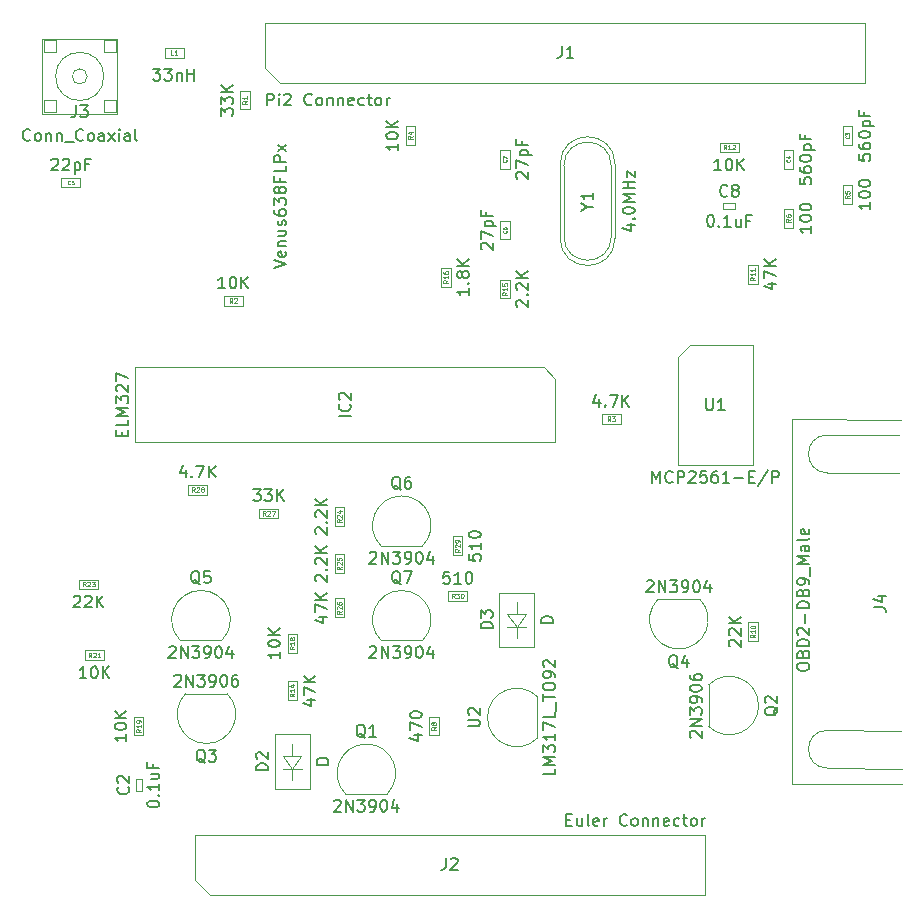
<source format=gbr>
G04 #@! TF.GenerationSoftware,KiCad,Pcbnew,(5.0.1)-3*
G04 #@! TF.CreationDate,2018-11-25T11:45:11-08:00*
G04 #@! TF.ProjectId,DashSight-Mezzanine-Card,4461736853696768742D4D657A7A616E,rev?*
G04 #@! TF.SameCoordinates,Original*
G04 #@! TF.FileFunction,Other,Fab,Top*
%FSLAX46Y46*%
G04 Gerber Fmt 4.6, Leading zero omitted, Abs format (unit mm)*
G04 Created by KiCad (PCBNEW (5.0.1)-3) date 25/11/2018 11:45:11 AM*
%MOMM*%
%LPD*%
G01*
G04 APERTURE LIST*
%ADD10C,0.100000*%
%ADD11C,0.150000*%
%ADD12C,0.075000*%
G04 APERTURE END LIST*
D10*
G04 #@! TO.C,J4*
X199400000Y-85400000D02*
X193300000Y-85360000D01*
X199400000Y-88600000D02*
X193300000Y-88560000D01*
X199500000Y-110400000D02*
X193300000Y-110360000D01*
X199600000Y-113600000D02*
X193300000Y-113560000D01*
X190300000Y-84035000D02*
X190300000Y-114885000D01*
X199500000Y-84100000D02*
X190300000Y-84035000D01*
X190300000Y-114885000D02*
X199600000Y-114900000D01*
X193300000Y-85360000D02*
G75*
G03X193300000Y-88560000I0J-1600000D01*
G01*
X193300000Y-110360000D02*
G75*
G03X193300000Y-113560000I0J-1600000D01*
G01*
G04 #@! TO.C,IC2*
X170270000Y-80635000D02*
X170270000Y-85985000D01*
X170270000Y-85985000D02*
X134710000Y-85985000D01*
X134710000Y-85985000D02*
X134710000Y-79635000D01*
X134710000Y-79635000D02*
X169270000Y-79635000D01*
X169270000Y-79635000D02*
X170270000Y-80635000D01*
G04 #@! TO.C,C2*
X135250000Y-115500000D02*
X134750000Y-115500000D01*
X135250000Y-114500000D02*
X135250000Y-115500000D01*
X134750000Y-114500000D02*
X135250000Y-114500000D01*
X134750000Y-115500000D02*
X134750000Y-114500000D01*
G04 #@! TO.C,C8*
X184500000Y-66250000D02*
X184500000Y-65750000D01*
X185500000Y-66250000D02*
X184500000Y-66250000D01*
X185500000Y-65750000D02*
X185500000Y-66250000D01*
X184500000Y-65750000D02*
X185500000Y-65750000D01*
G04 #@! TO.C,C3*
X194600000Y-60800000D02*
X194600000Y-59200000D01*
X194600000Y-59200000D02*
X195400000Y-59200000D01*
X195400000Y-59200000D02*
X195400000Y-60800000D01*
X195400000Y-60800000D02*
X194600000Y-60800000D01*
G04 #@! TO.C,C4*
X189600000Y-62800000D02*
X189600000Y-61200000D01*
X189600000Y-61200000D02*
X190400000Y-61200000D01*
X190400000Y-61200000D02*
X190400000Y-62800000D01*
X190400000Y-62800000D02*
X189600000Y-62800000D01*
G04 #@! TO.C,C5*
X130050000Y-64400000D02*
X128450000Y-64400000D01*
X128450000Y-64400000D02*
X128450000Y-63600000D01*
X128450000Y-63600000D02*
X130050000Y-63600000D01*
X130050000Y-63600000D02*
X130050000Y-64400000D01*
G04 #@! TO.C,C6*
X166400000Y-67200000D02*
X166400000Y-68800000D01*
X166400000Y-68800000D02*
X165600000Y-68800000D01*
X165600000Y-68800000D02*
X165600000Y-67200000D01*
X165600000Y-67200000D02*
X166400000Y-67200000D01*
G04 #@! TO.C,C7*
X165600000Y-62800000D02*
X165600000Y-61200000D01*
X165600000Y-61200000D02*
X166400000Y-61200000D01*
X166400000Y-61200000D02*
X166400000Y-62800000D01*
X166400000Y-62800000D02*
X165600000Y-62800000D01*
G04 #@! TO.C,J3*
X132030000Y-51950000D02*
X133050000Y-51950000D01*
X133170000Y-51830000D02*
X133170000Y-58170000D01*
X126830000Y-58170000D02*
X133170000Y-58170000D01*
X126830000Y-51830000D02*
X126830000Y-58170000D01*
X126830000Y-51830000D02*
X133170000Y-51830000D01*
X127970000Y-51950000D02*
X127970000Y-52970000D01*
X126950000Y-52970000D02*
X127970000Y-52970000D01*
X127970000Y-57030000D02*
X127970000Y-58050000D01*
X126950000Y-57030000D02*
X127970000Y-57030000D01*
X132030000Y-51950000D02*
X132030000Y-52970000D01*
X132030000Y-52970000D02*
X133050000Y-52970000D01*
X133050000Y-57030000D02*
X132030000Y-57030000D01*
X132030000Y-57030000D02*
X132030000Y-58050000D01*
X132040000Y-55000000D02*
G75*
G03X132040000Y-55000000I-2040000J0D01*
G01*
X130635000Y-55000000D02*
G75*
G03X130635000Y-55000000I-635000J0D01*
G01*
X133050000Y-51950000D02*
X133050000Y-52970000D01*
X126950000Y-51950000D02*
X126950000Y-52970000D01*
X126950000Y-51950000D02*
X127970000Y-51950000D01*
X126950000Y-58050000D02*
X127970000Y-58050000D01*
X126950000Y-58050000D02*
X126950000Y-57030000D01*
X133050000Y-57030000D02*
X133050000Y-58050000D01*
X132030000Y-58050000D02*
X133050000Y-58050000D01*
G04 #@! TO.C,Y1*
X170675000Y-68685000D02*
X170675000Y-62435000D01*
X175325000Y-68685000D02*
X175325000Y-62435000D01*
X171000000Y-68560000D02*
X171000000Y-62560000D01*
X175000000Y-68560000D02*
X175000000Y-62560000D01*
X175325000Y-68685000D02*
G75*
G02X170675000Y-68685000I-2325000J0D01*
G01*
X175325000Y-62435000D02*
G75*
G03X170675000Y-62435000I-2325000J0D01*
G01*
X175000000Y-68560000D02*
G75*
G02X171000000Y-68560000I-2000000J0D01*
G01*
X175000000Y-62560000D02*
G75*
G03X171000000Y-62560000I-2000000J0D01*
G01*
G04 #@! TO.C,D2*
X149500000Y-110700000D02*
X149500000Y-115300000D01*
X149500000Y-115300000D02*
X146500000Y-115300000D01*
X146500000Y-110700000D02*
X149500000Y-110700000D01*
X146500000Y-110700000D02*
X146500000Y-115300000D01*
X148001020Y-113649440D02*
X148001020Y-114551140D01*
X148001020Y-112498820D02*
X148001020Y-111500600D01*
X147200920Y-113649440D02*
X148801120Y-113649440D01*
X148750320Y-112498820D02*
X147200920Y-112498820D01*
X148001020Y-113649440D02*
X148750320Y-112498820D01*
X148001020Y-113649440D02*
X147200920Y-112498820D01*
G04 #@! TO.C,D3*
X168500000Y-98700000D02*
X168500000Y-103300000D01*
X168500000Y-103300000D02*
X165500000Y-103300000D01*
X165500000Y-98700000D02*
X168500000Y-98700000D01*
X165500000Y-98700000D02*
X165500000Y-103300000D01*
X167001020Y-101649440D02*
X167001020Y-102551140D01*
X167001020Y-100498820D02*
X167001020Y-99500600D01*
X166200920Y-101649440D02*
X167801120Y-101649440D01*
X167750320Y-100498820D02*
X166200920Y-100498820D01*
X167001020Y-101649440D02*
X167750320Y-100498820D01*
X167001020Y-101649440D02*
X166200920Y-100498820D01*
G04 #@! TO.C,U1*
X181635000Y-77730000D02*
X186985000Y-77730000D01*
X186985000Y-77730000D02*
X186985000Y-87890000D01*
X186985000Y-87890000D02*
X180635000Y-87890000D01*
X180635000Y-87890000D02*
X180635000Y-78730000D01*
X180635000Y-78730000D02*
X181635000Y-77730000D01*
G04 #@! TO.C,L1*
X137200000Y-53400000D02*
X137200000Y-52600000D01*
X138800000Y-53400000D02*
X137200000Y-53400000D01*
X138800000Y-52600000D02*
X138800000Y-53400000D01*
X137200000Y-52600000D02*
X138800000Y-52600000D01*
G04 #@! TO.C,J2*
X139730000Y-123000000D02*
X139730000Y-119190000D01*
X139730000Y-119190000D02*
X182910000Y-119190000D01*
X182910000Y-119190000D02*
X182910000Y-124270000D01*
X182910000Y-124270000D02*
X141000000Y-124270000D01*
X141000000Y-124270000D02*
X139730000Y-123000000D01*
G04 #@! TO.C,J1*
X145730000Y-54250000D02*
X145730000Y-50440000D01*
X145730000Y-50440000D02*
X196530000Y-50440000D01*
X196530000Y-50440000D02*
X196530000Y-55520000D01*
X196530000Y-55520000D02*
X147000000Y-55520000D01*
X147000000Y-55520000D02*
X145730000Y-54250000D01*
G04 #@! TO.C,R25*
X151600000Y-95450000D02*
X152400000Y-95450000D01*
X151600000Y-97050000D02*
X151600000Y-95450000D01*
X152400000Y-97050000D02*
X151600000Y-97050000D01*
X152400000Y-95450000D02*
X152400000Y-97050000D01*
G04 #@! TO.C,R26*
X151600000Y-99200000D02*
X152400000Y-99200000D01*
X151600000Y-100800000D02*
X151600000Y-99200000D01*
X152400000Y-100800000D02*
X151600000Y-100800000D01*
X152400000Y-99200000D02*
X152400000Y-100800000D01*
G04 #@! TO.C,R27*
X146800000Y-91600000D02*
X146800000Y-92400000D01*
X145200000Y-91600000D02*
X146800000Y-91600000D01*
X145200000Y-92400000D02*
X145200000Y-91600000D01*
X146800000Y-92400000D02*
X145200000Y-92400000D01*
G04 #@! TO.C,R28*
X140800000Y-89600000D02*
X140800000Y-90400000D01*
X139200000Y-89600000D02*
X140800000Y-89600000D01*
X139200000Y-90400000D02*
X139200000Y-89600000D01*
X140800000Y-90400000D02*
X139200000Y-90400000D01*
G04 #@! TO.C,R29*
X162400000Y-95550000D02*
X161600000Y-95550000D01*
X162400000Y-93950000D02*
X162400000Y-95550000D01*
X161600000Y-93950000D02*
X162400000Y-93950000D01*
X161600000Y-95550000D02*
X161600000Y-93950000D01*
G04 #@! TO.C,R30*
X162800000Y-98600000D02*
X162800000Y-99400000D01*
X161200000Y-98600000D02*
X162800000Y-98600000D01*
X161200000Y-99400000D02*
X161200000Y-98600000D01*
X162800000Y-99400000D02*
X161200000Y-99400000D01*
G04 #@! TO.C,R1*
X143600000Y-56200000D02*
X144400000Y-56200000D01*
X143600000Y-57800000D02*
X143600000Y-56200000D01*
X144400000Y-57800000D02*
X143600000Y-57800000D01*
X144400000Y-56200000D02*
X144400000Y-57800000D01*
G04 #@! TO.C,R23*
X129950000Y-98400000D02*
X129950000Y-97600000D01*
X131550000Y-98400000D02*
X129950000Y-98400000D01*
X131550000Y-97600000D02*
X131550000Y-98400000D01*
X129950000Y-97600000D02*
X131550000Y-97600000D01*
G04 #@! TO.C,R21*
X130450000Y-104400000D02*
X130450000Y-103600000D01*
X132050000Y-104400000D02*
X130450000Y-104400000D01*
X132050000Y-103600000D02*
X132050000Y-104400000D01*
X130450000Y-103600000D02*
X132050000Y-103600000D01*
G04 #@! TO.C,R19*
X134600000Y-109200000D02*
X135400000Y-109200000D01*
X134600000Y-110800000D02*
X134600000Y-109200000D01*
X135400000Y-110800000D02*
X134600000Y-110800000D01*
X135400000Y-109200000D02*
X135400000Y-110800000D01*
G04 #@! TO.C,R2*
X143800000Y-73600000D02*
X143800000Y-74400000D01*
X142200000Y-73600000D02*
X143800000Y-73600000D01*
X142200000Y-74400000D02*
X142200000Y-73600000D01*
X143800000Y-74400000D02*
X142200000Y-74400000D01*
G04 #@! TO.C,R18*
X147600000Y-102200000D02*
X148400000Y-102200000D01*
X147600000Y-103800000D02*
X147600000Y-102200000D01*
X148400000Y-103800000D02*
X147600000Y-103800000D01*
X148400000Y-102200000D02*
X148400000Y-103800000D01*
G04 #@! TO.C,R24*
X151600000Y-91450000D02*
X152400000Y-91450000D01*
X151600000Y-93050000D02*
X151600000Y-91450000D01*
X152400000Y-93050000D02*
X151600000Y-93050000D01*
X152400000Y-91450000D02*
X152400000Y-93050000D01*
G04 #@! TO.C,R16*
X161400000Y-72800000D02*
X160600000Y-72800000D01*
X161400000Y-71200000D02*
X161400000Y-72800000D01*
X160600000Y-71200000D02*
X161400000Y-71200000D01*
X160600000Y-72800000D02*
X160600000Y-71200000D01*
G04 #@! TO.C,R15*
X166400000Y-73800000D02*
X165600000Y-73800000D01*
X166400000Y-72200000D02*
X166400000Y-73800000D01*
X165600000Y-72200000D02*
X166400000Y-72200000D01*
X165600000Y-73800000D02*
X165600000Y-72200000D01*
G04 #@! TO.C,R3*
X175800000Y-83600000D02*
X175800000Y-84400000D01*
X174200000Y-83600000D02*
X175800000Y-83600000D01*
X174200000Y-84400000D02*
X174200000Y-83600000D01*
X175800000Y-84400000D02*
X174200000Y-84400000D01*
G04 #@! TO.C,R12*
X184200000Y-61400000D02*
X184200000Y-60600000D01*
X185800000Y-61400000D02*
X184200000Y-61400000D01*
X185800000Y-60600000D02*
X185800000Y-61400000D01*
X184200000Y-60600000D02*
X185800000Y-60600000D01*
G04 #@! TO.C,R11*
X187400000Y-72550000D02*
X186600000Y-72550000D01*
X187400000Y-70950000D02*
X187400000Y-72550000D01*
X186600000Y-70950000D02*
X187400000Y-70950000D01*
X186600000Y-72550000D02*
X186600000Y-70950000D01*
G04 #@! TO.C,R10*
X186600000Y-101200000D02*
X187400000Y-101200000D01*
X186600000Y-102800000D02*
X186600000Y-101200000D01*
X187400000Y-102800000D02*
X186600000Y-102800000D01*
X187400000Y-101200000D02*
X187400000Y-102800000D01*
G04 #@! TO.C,R6*
X190400000Y-67800000D02*
X189600000Y-67800000D01*
X190400000Y-66200000D02*
X190400000Y-67800000D01*
X189600000Y-66200000D02*
X190400000Y-66200000D01*
X189600000Y-67800000D02*
X189600000Y-66200000D01*
G04 #@! TO.C,R5*
X195400000Y-65800000D02*
X194600000Y-65800000D01*
X195400000Y-64200000D02*
X195400000Y-65800000D01*
X194600000Y-64200000D02*
X195400000Y-64200000D01*
X194600000Y-65800000D02*
X194600000Y-64200000D01*
G04 #@! TO.C,R4*
X157600000Y-59200000D02*
X158400000Y-59200000D01*
X157600000Y-60800000D02*
X157600000Y-59200000D01*
X158400000Y-60800000D02*
X157600000Y-60800000D01*
X158400000Y-59200000D02*
X158400000Y-60800000D01*
G04 #@! TO.C,R14*
X148400000Y-107800000D02*
X147600000Y-107800000D01*
X148400000Y-106200000D02*
X148400000Y-107800000D01*
X147600000Y-106200000D02*
X148400000Y-106200000D01*
X147600000Y-107800000D02*
X147600000Y-106200000D01*
G04 #@! TO.C,R8*
X159600000Y-109200000D02*
X160400000Y-109200000D01*
X159600000Y-110800000D02*
X159600000Y-109200000D01*
X160400000Y-110800000D02*
X159600000Y-110800000D01*
X160400000Y-109200000D02*
X160400000Y-110800000D01*
G04 #@! TO.C,U2*
X168750000Y-111040000D02*
X168750000Y-107540000D01*
X168753625Y-107516375D02*
G75*
G03X164520000Y-109270000I-1753625J-1753625D01*
G01*
X168753625Y-111023625D02*
G75*
G02X164520000Y-109270000I-1753625J1753625D01*
G01*
G04 #@! TO.C,Q6*
X155500000Y-94750000D02*
X159000000Y-94750000D01*
X159023625Y-94753625D02*
G75*
G03X157270000Y-90520000I-1753625J1753625D01*
G01*
X155516375Y-94753625D02*
G75*
G02X157270000Y-90520000I1753625J1753625D01*
G01*
G04 #@! TO.C,Q7*
X155500000Y-102750000D02*
X159000000Y-102750000D01*
X159023625Y-102753625D02*
G75*
G03X157270000Y-98520000I-1753625J1753625D01*
G01*
X155516375Y-102753625D02*
G75*
G02X157270000Y-98520000I1753625J1753625D01*
G01*
G04 #@! TO.C,Q1*
X152500000Y-115750000D02*
X156000000Y-115750000D01*
X156023625Y-115753625D02*
G75*
G03X154270000Y-111520000I-1753625J1753625D01*
G01*
X152516375Y-115753625D02*
G75*
G02X154270000Y-111520000I1753625J1753625D01*
G01*
G04 #@! TO.C,Q2*
X183250000Y-106500000D02*
X183250000Y-110000000D01*
X183246375Y-110023625D02*
G75*
G03X187480000Y-108270000I1753625J1753625D01*
G01*
X183246375Y-106516375D02*
G75*
G02X187480000Y-108270000I1753625J-1753625D01*
G01*
G04 #@! TO.C,Q3*
X142500000Y-107250000D02*
X139000000Y-107250000D01*
X138976375Y-107246375D02*
G75*
G03X140730000Y-111480000I1753625J-1753625D01*
G01*
X142483625Y-107246375D02*
G75*
G02X140730000Y-111480000I-1753625J-1753625D01*
G01*
G04 #@! TO.C,Q4*
X182500000Y-99250000D02*
X179000000Y-99250000D01*
X178976375Y-99246375D02*
G75*
G03X180730000Y-103480000I1753625J-1753625D01*
G01*
X182483625Y-99246375D02*
G75*
G02X180730000Y-103480000I-1753625J-1753625D01*
G01*
G04 #@! TO.C,Q5*
X138500000Y-102750000D02*
X142000000Y-102750000D01*
X142023625Y-102753625D02*
G75*
G03X140270000Y-98520000I-1753625J1753625D01*
G01*
X138516375Y-102753625D02*
G75*
G02X140270000Y-98520000I1753625J1753625D01*
G01*
G04 #@! TD*
G04 #@! TO.C,J4*
D11*
X190752380Y-105061904D02*
X190752380Y-104871428D01*
X190800000Y-104776190D01*
X190895238Y-104680952D01*
X191085714Y-104633333D01*
X191419047Y-104633333D01*
X191609523Y-104680952D01*
X191704761Y-104776190D01*
X191752380Y-104871428D01*
X191752380Y-105061904D01*
X191704761Y-105157142D01*
X191609523Y-105252380D01*
X191419047Y-105300000D01*
X191085714Y-105300000D01*
X190895238Y-105252380D01*
X190800000Y-105157142D01*
X190752380Y-105061904D01*
X191228571Y-103871428D02*
X191276190Y-103728571D01*
X191323809Y-103680952D01*
X191419047Y-103633333D01*
X191561904Y-103633333D01*
X191657142Y-103680952D01*
X191704761Y-103728571D01*
X191752380Y-103823809D01*
X191752380Y-104204761D01*
X190752380Y-104204761D01*
X190752380Y-103871428D01*
X190800000Y-103776190D01*
X190847619Y-103728571D01*
X190942857Y-103680952D01*
X191038095Y-103680952D01*
X191133333Y-103728571D01*
X191180952Y-103776190D01*
X191228571Y-103871428D01*
X191228571Y-104204761D01*
X191752380Y-103204761D02*
X190752380Y-103204761D01*
X190752380Y-102966666D01*
X190800000Y-102823809D01*
X190895238Y-102728571D01*
X190990476Y-102680952D01*
X191180952Y-102633333D01*
X191323809Y-102633333D01*
X191514285Y-102680952D01*
X191609523Y-102728571D01*
X191704761Y-102823809D01*
X191752380Y-102966666D01*
X191752380Y-103204761D01*
X190847619Y-102252380D02*
X190800000Y-102204761D01*
X190752380Y-102109523D01*
X190752380Y-101871428D01*
X190800000Y-101776190D01*
X190847619Y-101728571D01*
X190942857Y-101680952D01*
X191038095Y-101680952D01*
X191180952Y-101728571D01*
X191752380Y-102300000D01*
X191752380Y-101680952D01*
X191371428Y-101252380D02*
X191371428Y-100490476D01*
X191752380Y-100014285D02*
X190752380Y-100014285D01*
X190752380Y-99776190D01*
X190800000Y-99633333D01*
X190895238Y-99538095D01*
X190990476Y-99490476D01*
X191180952Y-99442857D01*
X191323809Y-99442857D01*
X191514285Y-99490476D01*
X191609523Y-99538095D01*
X191704761Y-99633333D01*
X191752380Y-99776190D01*
X191752380Y-100014285D01*
X191228571Y-98680952D02*
X191276190Y-98538095D01*
X191323809Y-98490476D01*
X191419047Y-98442857D01*
X191561904Y-98442857D01*
X191657142Y-98490476D01*
X191704761Y-98538095D01*
X191752380Y-98633333D01*
X191752380Y-99014285D01*
X190752380Y-99014285D01*
X190752380Y-98680952D01*
X190800000Y-98585714D01*
X190847619Y-98538095D01*
X190942857Y-98490476D01*
X191038095Y-98490476D01*
X191133333Y-98538095D01*
X191180952Y-98585714D01*
X191228571Y-98680952D01*
X191228571Y-99014285D01*
X191752380Y-97966666D02*
X191752380Y-97776190D01*
X191704761Y-97680952D01*
X191657142Y-97633333D01*
X191514285Y-97538095D01*
X191323809Y-97490476D01*
X190942857Y-97490476D01*
X190847619Y-97538095D01*
X190800000Y-97585714D01*
X190752380Y-97680952D01*
X190752380Y-97871428D01*
X190800000Y-97966666D01*
X190847619Y-98014285D01*
X190942857Y-98061904D01*
X191180952Y-98061904D01*
X191276190Y-98014285D01*
X191323809Y-97966666D01*
X191371428Y-97871428D01*
X191371428Y-97680952D01*
X191323809Y-97585714D01*
X191276190Y-97538095D01*
X191180952Y-97490476D01*
X191847619Y-97300000D02*
X191847619Y-96538095D01*
X191752380Y-96300000D02*
X190752380Y-96300000D01*
X191466666Y-95966666D01*
X190752380Y-95633333D01*
X191752380Y-95633333D01*
X191752380Y-94728571D02*
X191228571Y-94728571D01*
X191133333Y-94776190D01*
X191085714Y-94871428D01*
X191085714Y-95061904D01*
X191133333Y-95157142D01*
X191704761Y-94728571D02*
X191752380Y-94823809D01*
X191752380Y-95061904D01*
X191704761Y-95157142D01*
X191609523Y-95204761D01*
X191514285Y-95204761D01*
X191419047Y-95157142D01*
X191371428Y-95061904D01*
X191371428Y-94823809D01*
X191323809Y-94728571D01*
X191752380Y-94109523D02*
X191704761Y-94204761D01*
X191609523Y-94252380D01*
X190752380Y-94252380D01*
X191704761Y-93347619D02*
X191752380Y-93442857D01*
X191752380Y-93633333D01*
X191704761Y-93728571D01*
X191609523Y-93776190D01*
X191228571Y-93776190D01*
X191133333Y-93728571D01*
X191085714Y-93633333D01*
X191085714Y-93442857D01*
X191133333Y-93347619D01*
X191228571Y-93300000D01*
X191323809Y-93300000D01*
X191419047Y-93776190D01*
X197252380Y-99933333D02*
X197966666Y-99933333D01*
X198109523Y-99980952D01*
X198204761Y-100076190D01*
X198252380Y-100219047D01*
X198252380Y-100314285D01*
X197585714Y-99028571D02*
X198252380Y-99028571D01*
X197204761Y-99266666D02*
X197919047Y-99504761D01*
X197919047Y-98885714D01*
G04 #@! TO.C,IC1*
X146452380Y-71238095D02*
X147452380Y-70904761D01*
X146452380Y-70571428D01*
X147404761Y-69857142D02*
X147452380Y-69952380D01*
X147452380Y-70142857D01*
X147404761Y-70238095D01*
X147309523Y-70285714D01*
X146928571Y-70285714D01*
X146833333Y-70238095D01*
X146785714Y-70142857D01*
X146785714Y-69952380D01*
X146833333Y-69857142D01*
X146928571Y-69809523D01*
X147023809Y-69809523D01*
X147119047Y-70285714D01*
X146785714Y-69380952D02*
X147452380Y-69380952D01*
X146880952Y-69380952D02*
X146833333Y-69333333D01*
X146785714Y-69238095D01*
X146785714Y-69095238D01*
X146833333Y-69000000D01*
X146928571Y-68952380D01*
X147452380Y-68952380D01*
X146785714Y-68047619D02*
X147452380Y-68047619D01*
X146785714Y-68476190D02*
X147309523Y-68476190D01*
X147404761Y-68428571D01*
X147452380Y-68333333D01*
X147452380Y-68190476D01*
X147404761Y-68095238D01*
X147357142Y-68047619D01*
X147404761Y-67619047D02*
X147452380Y-67523809D01*
X147452380Y-67333333D01*
X147404761Y-67238095D01*
X147309523Y-67190476D01*
X147261904Y-67190476D01*
X147166666Y-67238095D01*
X147119047Y-67333333D01*
X147119047Y-67476190D01*
X147071428Y-67571428D01*
X146976190Y-67619047D01*
X146928571Y-67619047D01*
X146833333Y-67571428D01*
X146785714Y-67476190D01*
X146785714Y-67333333D01*
X146833333Y-67238095D01*
X146452380Y-66333333D02*
X146452380Y-66523809D01*
X146500000Y-66619047D01*
X146547619Y-66666666D01*
X146690476Y-66761904D01*
X146880952Y-66809523D01*
X147261904Y-66809523D01*
X147357142Y-66761904D01*
X147404761Y-66714285D01*
X147452380Y-66619047D01*
X147452380Y-66428571D01*
X147404761Y-66333333D01*
X147357142Y-66285714D01*
X147261904Y-66238095D01*
X147023809Y-66238095D01*
X146928571Y-66285714D01*
X146880952Y-66333333D01*
X146833333Y-66428571D01*
X146833333Y-66619047D01*
X146880952Y-66714285D01*
X146928571Y-66761904D01*
X147023809Y-66809523D01*
X146452380Y-65904761D02*
X146452380Y-65285714D01*
X146833333Y-65619047D01*
X146833333Y-65476190D01*
X146880952Y-65380952D01*
X146928571Y-65333333D01*
X147023809Y-65285714D01*
X147261904Y-65285714D01*
X147357142Y-65333333D01*
X147404761Y-65380952D01*
X147452380Y-65476190D01*
X147452380Y-65761904D01*
X147404761Y-65857142D01*
X147357142Y-65904761D01*
X146880952Y-64714285D02*
X146833333Y-64809523D01*
X146785714Y-64857142D01*
X146690476Y-64904761D01*
X146642857Y-64904761D01*
X146547619Y-64857142D01*
X146500000Y-64809523D01*
X146452380Y-64714285D01*
X146452380Y-64523809D01*
X146500000Y-64428571D01*
X146547619Y-64380952D01*
X146642857Y-64333333D01*
X146690476Y-64333333D01*
X146785714Y-64380952D01*
X146833333Y-64428571D01*
X146880952Y-64523809D01*
X146880952Y-64714285D01*
X146928571Y-64809523D01*
X146976190Y-64857142D01*
X147071428Y-64904761D01*
X147261904Y-64904761D01*
X147357142Y-64857142D01*
X147404761Y-64809523D01*
X147452380Y-64714285D01*
X147452380Y-64523809D01*
X147404761Y-64428571D01*
X147357142Y-64380952D01*
X147261904Y-64333333D01*
X147071428Y-64333333D01*
X146976190Y-64380952D01*
X146928571Y-64428571D01*
X146880952Y-64523809D01*
X146928571Y-63571428D02*
X146928571Y-63904761D01*
X147452380Y-63904761D02*
X146452380Y-63904761D01*
X146452380Y-63428571D01*
X147452380Y-62571428D02*
X147452380Y-63047619D01*
X146452380Y-63047619D01*
X147452380Y-62238095D02*
X146452380Y-62238095D01*
X146452380Y-61857142D01*
X146500000Y-61761904D01*
X146547619Y-61714285D01*
X146642857Y-61666666D01*
X146785714Y-61666666D01*
X146880952Y-61714285D01*
X146928571Y-61761904D01*
X146976190Y-61857142D01*
X146976190Y-62238095D01*
X147452380Y-61333333D02*
X146785714Y-60809523D01*
X146785714Y-61333333D02*
X147452380Y-60809523D01*
G04 #@! TO.C,IC2*
X133578571Y-85429047D02*
X133578571Y-85095714D01*
X134102380Y-84952857D02*
X134102380Y-85429047D01*
X133102380Y-85429047D01*
X133102380Y-84952857D01*
X134102380Y-84048095D02*
X134102380Y-84524285D01*
X133102380Y-84524285D01*
X134102380Y-83714761D02*
X133102380Y-83714761D01*
X133816666Y-83381428D01*
X133102380Y-83048095D01*
X134102380Y-83048095D01*
X133102380Y-82667142D02*
X133102380Y-82048095D01*
X133483333Y-82381428D01*
X133483333Y-82238571D01*
X133530952Y-82143333D01*
X133578571Y-82095714D01*
X133673809Y-82048095D01*
X133911904Y-82048095D01*
X134007142Y-82095714D01*
X134054761Y-82143333D01*
X134102380Y-82238571D01*
X134102380Y-82524285D01*
X134054761Y-82619523D01*
X134007142Y-82667142D01*
X133197619Y-81667142D02*
X133150000Y-81619523D01*
X133102380Y-81524285D01*
X133102380Y-81286190D01*
X133150000Y-81190952D01*
X133197619Y-81143333D01*
X133292857Y-81095714D01*
X133388095Y-81095714D01*
X133530952Y-81143333D01*
X134102380Y-81714761D01*
X134102380Y-81095714D01*
X133102380Y-80762380D02*
X133102380Y-80095714D01*
X134102380Y-80524285D01*
X152942380Y-83786190D02*
X151942380Y-83786190D01*
X152847142Y-82738571D02*
X152894761Y-82786190D01*
X152942380Y-82929047D01*
X152942380Y-83024285D01*
X152894761Y-83167142D01*
X152799523Y-83262380D01*
X152704285Y-83310000D01*
X152513809Y-83357619D01*
X152370952Y-83357619D01*
X152180476Y-83310000D01*
X152085238Y-83262380D01*
X151990000Y-83167142D01*
X151942380Y-83024285D01*
X151942380Y-82929047D01*
X151990000Y-82786190D01*
X152037619Y-82738571D01*
X152037619Y-82357619D02*
X151990000Y-82310000D01*
X151942380Y-82214761D01*
X151942380Y-81976666D01*
X151990000Y-81881428D01*
X152037619Y-81833809D01*
X152132857Y-81786190D01*
X152228095Y-81786190D01*
X152370952Y-81833809D01*
X152942380Y-82405238D01*
X152942380Y-81786190D01*
G04 #@! TO.C,C2*
X135722380Y-116642857D02*
X135722380Y-116547619D01*
X135770000Y-116452380D01*
X135817619Y-116404761D01*
X135912857Y-116357142D01*
X136103333Y-116309523D01*
X136341428Y-116309523D01*
X136531904Y-116357142D01*
X136627142Y-116404761D01*
X136674761Y-116452380D01*
X136722380Y-116547619D01*
X136722380Y-116642857D01*
X136674761Y-116738095D01*
X136627142Y-116785714D01*
X136531904Y-116833333D01*
X136341428Y-116880952D01*
X136103333Y-116880952D01*
X135912857Y-116833333D01*
X135817619Y-116785714D01*
X135770000Y-116738095D01*
X135722380Y-116642857D01*
X136627142Y-115880952D02*
X136674761Y-115833333D01*
X136722380Y-115880952D01*
X136674761Y-115928571D01*
X136627142Y-115880952D01*
X136722380Y-115880952D01*
X136722380Y-114880952D02*
X136722380Y-115452380D01*
X136722380Y-115166666D02*
X135722380Y-115166666D01*
X135865238Y-115261904D01*
X135960476Y-115357142D01*
X136008095Y-115452380D01*
X136055714Y-114023809D02*
X136722380Y-114023809D01*
X136055714Y-114452380D02*
X136579523Y-114452380D01*
X136674761Y-114404761D01*
X136722380Y-114309523D01*
X136722380Y-114166666D01*
X136674761Y-114071428D01*
X136627142Y-114023809D01*
X136198571Y-113214285D02*
X136198571Y-113547619D01*
X136722380Y-113547619D02*
X135722380Y-113547619D01*
X135722380Y-113071428D01*
X134087142Y-115166666D02*
X134134761Y-115214285D01*
X134182380Y-115357142D01*
X134182380Y-115452380D01*
X134134761Y-115595238D01*
X134039523Y-115690476D01*
X133944285Y-115738095D01*
X133753809Y-115785714D01*
X133610952Y-115785714D01*
X133420476Y-115738095D01*
X133325238Y-115690476D01*
X133230000Y-115595238D01*
X133182380Y-115452380D01*
X133182380Y-115357142D01*
X133230000Y-115214285D01*
X133277619Y-115166666D01*
X133277619Y-114785714D02*
X133230000Y-114738095D01*
X133182380Y-114642857D01*
X133182380Y-114404761D01*
X133230000Y-114309523D01*
X133277619Y-114261904D01*
X133372857Y-114214285D01*
X133468095Y-114214285D01*
X133610952Y-114261904D01*
X134182380Y-114833333D01*
X134182380Y-114214285D01*
G04 #@! TO.C,C8*
X183357142Y-66722380D02*
X183452380Y-66722380D01*
X183547619Y-66770000D01*
X183595238Y-66817619D01*
X183642857Y-66912857D01*
X183690476Y-67103333D01*
X183690476Y-67341428D01*
X183642857Y-67531904D01*
X183595238Y-67627142D01*
X183547619Y-67674761D01*
X183452380Y-67722380D01*
X183357142Y-67722380D01*
X183261904Y-67674761D01*
X183214285Y-67627142D01*
X183166666Y-67531904D01*
X183119047Y-67341428D01*
X183119047Y-67103333D01*
X183166666Y-66912857D01*
X183214285Y-66817619D01*
X183261904Y-66770000D01*
X183357142Y-66722380D01*
X184119047Y-67627142D02*
X184166666Y-67674761D01*
X184119047Y-67722380D01*
X184071428Y-67674761D01*
X184119047Y-67627142D01*
X184119047Y-67722380D01*
X185119047Y-67722380D02*
X184547619Y-67722380D01*
X184833333Y-67722380D02*
X184833333Y-66722380D01*
X184738095Y-66865238D01*
X184642857Y-66960476D01*
X184547619Y-67008095D01*
X185976190Y-67055714D02*
X185976190Y-67722380D01*
X185547619Y-67055714D02*
X185547619Y-67579523D01*
X185595238Y-67674761D01*
X185690476Y-67722380D01*
X185833333Y-67722380D01*
X185928571Y-67674761D01*
X185976190Y-67627142D01*
X186785714Y-67198571D02*
X186452380Y-67198571D01*
X186452380Y-67722380D02*
X186452380Y-66722380D01*
X186928571Y-66722380D01*
X184833333Y-65087142D02*
X184785714Y-65134761D01*
X184642857Y-65182380D01*
X184547619Y-65182380D01*
X184404761Y-65134761D01*
X184309523Y-65039523D01*
X184261904Y-64944285D01*
X184214285Y-64753809D01*
X184214285Y-64610952D01*
X184261904Y-64420476D01*
X184309523Y-64325238D01*
X184404761Y-64230000D01*
X184547619Y-64182380D01*
X184642857Y-64182380D01*
X184785714Y-64230000D01*
X184833333Y-64277619D01*
X185404761Y-64610952D02*
X185309523Y-64563333D01*
X185261904Y-64515714D01*
X185214285Y-64420476D01*
X185214285Y-64372857D01*
X185261904Y-64277619D01*
X185309523Y-64230000D01*
X185404761Y-64182380D01*
X185595238Y-64182380D01*
X185690476Y-64230000D01*
X185738095Y-64277619D01*
X185785714Y-64372857D01*
X185785714Y-64420476D01*
X185738095Y-64515714D01*
X185690476Y-64563333D01*
X185595238Y-64610952D01*
X185404761Y-64610952D01*
X185309523Y-64658571D01*
X185261904Y-64706190D01*
X185214285Y-64801428D01*
X185214285Y-64991904D01*
X185261904Y-65087142D01*
X185309523Y-65134761D01*
X185404761Y-65182380D01*
X185595238Y-65182380D01*
X185690476Y-65134761D01*
X185738095Y-65087142D01*
X185785714Y-64991904D01*
X185785714Y-64801428D01*
X185738095Y-64706190D01*
X185690476Y-64658571D01*
X185595238Y-64610952D01*
G04 #@! TO.C,C3*
X195952380Y-61595238D02*
X195952380Y-62071428D01*
X196428571Y-62119047D01*
X196380952Y-62071428D01*
X196333333Y-61976190D01*
X196333333Y-61738095D01*
X196380952Y-61642857D01*
X196428571Y-61595238D01*
X196523809Y-61547619D01*
X196761904Y-61547619D01*
X196857142Y-61595238D01*
X196904761Y-61642857D01*
X196952380Y-61738095D01*
X196952380Y-61976190D01*
X196904761Y-62071428D01*
X196857142Y-62119047D01*
X195952380Y-60690476D02*
X195952380Y-60880952D01*
X196000000Y-60976190D01*
X196047619Y-61023809D01*
X196190476Y-61119047D01*
X196380952Y-61166666D01*
X196761904Y-61166666D01*
X196857142Y-61119047D01*
X196904761Y-61071428D01*
X196952380Y-60976190D01*
X196952380Y-60785714D01*
X196904761Y-60690476D01*
X196857142Y-60642857D01*
X196761904Y-60595238D01*
X196523809Y-60595238D01*
X196428571Y-60642857D01*
X196380952Y-60690476D01*
X196333333Y-60785714D01*
X196333333Y-60976190D01*
X196380952Y-61071428D01*
X196428571Y-61119047D01*
X196523809Y-61166666D01*
X195952380Y-59976190D02*
X195952380Y-59880952D01*
X196000000Y-59785714D01*
X196047619Y-59738095D01*
X196142857Y-59690476D01*
X196333333Y-59642857D01*
X196571428Y-59642857D01*
X196761904Y-59690476D01*
X196857142Y-59738095D01*
X196904761Y-59785714D01*
X196952380Y-59880952D01*
X196952380Y-59976190D01*
X196904761Y-60071428D01*
X196857142Y-60119047D01*
X196761904Y-60166666D01*
X196571428Y-60214285D01*
X196333333Y-60214285D01*
X196142857Y-60166666D01*
X196047619Y-60119047D01*
X196000000Y-60071428D01*
X195952380Y-59976190D01*
X196285714Y-59214285D02*
X197285714Y-59214285D01*
X196333333Y-59214285D02*
X196285714Y-59119047D01*
X196285714Y-58928571D01*
X196333333Y-58833333D01*
X196380952Y-58785714D01*
X196476190Y-58738095D01*
X196761904Y-58738095D01*
X196857142Y-58785714D01*
X196904761Y-58833333D01*
X196952380Y-58928571D01*
X196952380Y-59119047D01*
X196904761Y-59214285D01*
X196428571Y-57976190D02*
X196428571Y-58309523D01*
X196952380Y-58309523D02*
X195952380Y-58309523D01*
X195952380Y-57833333D01*
D12*
X195107142Y-60050000D02*
X195121428Y-60064285D01*
X195135714Y-60107142D01*
X195135714Y-60135714D01*
X195121428Y-60178571D01*
X195092857Y-60207142D01*
X195064285Y-60221428D01*
X195007142Y-60235714D01*
X194964285Y-60235714D01*
X194907142Y-60221428D01*
X194878571Y-60207142D01*
X194850000Y-60178571D01*
X194835714Y-60135714D01*
X194835714Y-60107142D01*
X194850000Y-60064285D01*
X194864285Y-60050000D01*
X194835714Y-59950000D02*
X194835714Y-59764285D01*
X194950000Y-59864285D01*
X194950000Y-59821428D01*
X194964285Y-59792857D01*
X194978571Y-59778571D01*
X195007142Y-59764285D01*
X195078571Y-59764285D01*
X195107142Y-59778571D01*
X195121428Y-59792857D01*
X195135714Y-59821428D01*
X195135714Y-59907142D01*
X195121428Y-59935714D01*
X195107142Y-59950000D01*
G04 #@! TO.C,C4*
D11*
X190952380Y-63595238D02*
X190952380Y-64071428D01*
X191428571Y-64119047D01*
X191380952Y-64071428D01*
X191333333Y-63976190D01*
X191333333Y-63738095D01*
X191380952Y-63642857D01*
X191428571Y-63595238D01*
X191523809Y-63547619D01*
X191761904Y-63547619D01*
X191857142Y-63595238D01*
X191904761Y-63642857D01*
X191952380Y-63738095D01*
X191952380Y-63976190D01*
X191904761Y-64071428D01*
X191857142Y-64119047D01*
X190952380Y-62690476D02*
X190952380Y-62880952D01*
X191000000Y-62976190D01*
X191047619Y-63023809D01*
X191190476Y-63119047D01*
X191380952Y-63166666D01*
X191761904Y-63166666D01*
X191857142Y-63119047D01*
X191904761Y-63071428D01*
X191952380Y-62976190D01*
X191952380Y-62785714D01*
X191904761Y-62690476D01*
X191857142Y-62642857D01*
X191761904Y-62595238D01*
X191523809Y-62595238D01*
X191428571Y-62642857D01*
X191380952Y-62690476D01*
X191333333Y-62785714D01*
X191333333Y-62976190D01*
X191380952Y-63071428D01*
X191428571Y-63119047D01*
X191523809Y-63166666D01*
X190952380Y-61976190D02*
X190952380Y-61880952D01*
X191000000Y-61785714D01*
X191047619Y-61738095D01*
X191142857Y-61690476D01*
X191333333Y-61642857D01*
X191571428Y-61642857D01*
X191761904Y-61690476D01*
X191857142Y-61738095D01*
X191904761Y-61785714D01*
X191952380Y-61880952D01*
X191952380Y-61976190D01*
X191904761Y-62071428D01*
X191857142Y-62119047D01*
X191761904Y-62166666D01*
X191571428Y-62214285D01*
X191333333Y-62214285D01*
X191142857Y-62166666D01*
X191047619Y-62119047D01*
X191000000Y-62071428D01*
X190952380Y-61976190D01*
X191285714Y-61214285D02*
X192285714Y-61214285D01*
X191333333Y-61214285D02*
X191285714Y-61119047D01*
X191285714Y-60928571D01*
X191333333Y-60833333D01*
X191380952Y-60785714D01*
X191476190Y-60738095D01*
X191761904Y-60738095D01*
X191857142Y-60785714D01*
X191904761Y-60833333D01*
X191952380Y-60928571D01*
X191952380Y-61119047D01*
X191904761Y-61214285D01*
X191428571Y-59976190D02*
X191428571Y-60309523D01*
X191952380Y-60309523D02*
X190952380Y-60309523D01*
X190952380Y-59833333D01*
D12*
X190107142Y-62050000D02*
X190121428Y-62064285D01*
X190135714Y-62107142D01*
X190135714Y-62135714D01*
X190121428Y-62178571D01*
X190092857Y-62207142D01*
X190064285Y-62221428D01*
X190007142Y-62235714D01*
X189964285Y-62235714D01*
X189907142Y-62221428D01*
X189878571Y-62207142D01*
X189850000Y-62178571D01*
X189835714Y-62135714D01*
X189835714Y-62107142D01*
X189850000Y-62064285D01*
X189864285Y-62050000D01*
X189935714Y-61792857D02*
X190135714Y-61792857D01*
X189821428Y-61864285D02*
X190035714Y-61935714D01*
X190035714Y-61750000D01*
G04 #@! TO.C,C5*
D11*
X127607142Y-62047619D02*
X127654761Y-62000000D01*
X127750000Y-61952380D01*
X127988095Y-61952380D01*
X128083333Y-62000000D01*
X128130952Y-62047619D01*
X128178571Y-62142857D01*
X128178571Y-62238095D01*
X128130952Y-62380952D01*
X127559523Y-62952380D01*
X128178571Y-62952380D01*
X128559523Y-62047619D02*
X128607142Y-62000000D01*
X128702380Y-61952380D01*
X128940476Y-61952380D01*
X129035714Y-62000000D01*
X129083333Y-62047619D01*
X129130952Y-62142857D01*
X129130952Y-62238095D01*
X129083333Y-62380952D01*
X128511904Y-62952380D01*
X129130952Y-62952380D01*
X129559523Y-62285714D02*
X129559523Y-63285714D01*
X129559523Y-62333333D02*
X129654761Y-62285714D01*
X129845238Y-62285714D01*
X129940476Y-62333333D01*
X129988095Y-62380952D01*
X130035714Y-62476190D01*
X130035714Y-62761904D01*
X129988095Y-62857142D01*
X129940476Y-62904761D01*
X129845238Y-62952380D01*
X129654761Y-62952380D01*
X129559523Y-62904761D01*
X130797619Y-62428571D02*
X130464285Y-62428571D01*
X130464285Y-62952380D02*
X130464285Y-61952380D01*
X130940476Y-61952380D01*
D12*
X129200000Y-64107142D02*
X129185714Y-64121428D01*
X129142857Y-64135714D01*
X129114285Y-64135714D01*
X129071428Y-64121428D01*
X129042857Y-64092857D01*
X129028571Y-64064285D01*
X129014285Y-64007142D01*
X129014285Y-63964285D01*
X129028571Y-63907142D01*
X129042857Y-63878571D01*
X129071428Y-63850000D01*
X129114285Y-63835714D01*
X129142857Y-63835714D01*
X129185714Y-63850000D01*
X129200000Y-63864285D01*
X129471428Y-63835714D02*
X129328571Y-63835714D01*
X129314285Y-63978571D01*
X129328571Y-63964285D01*
X129357142Y-63950000D01*
X129428571Y-63950000D01*
X129457142Y-63964285D01*
X129471428Y-63978571D01*
X129485714Y-64007142D01*
X129485714Y-64078571D01*
X129471428Y-64107142D01*
X129457142Y-64121428D01*
X129428571Y-64135714D01*
X129357142Y-64135714D01*
X129328571Y-64121428D01*
X129314285Y-64107142D01*
G04 #@! TO.C,C6*
D11*
X164047619Y-69642857D02*
X164000000Y-69595238D01*
X163952380Y-69500000D01*
X163952380Y-69261904D01*
X164000000Y-69166666D01*
X164047619Y-69119047D01*
X164142857Y-69071428D01*
X164238095Y-69071428D01*
X164380952Y-69119047D01*
X164952380Y-69690476D01*
X164952380Y-69071428D01*
X163952380Y-68738095D02*
X163952380Y-68071428D01*
X164952380Y-68500000D01*
X164285714Y-67690476D02*
X165285714Y-67690476D01*
X164333333Y-67690476D02*
X164285714Y-67595238D01*
X164285714Y-67404761D01*
X164333333Y-67309523D01*
X164380952Y-67261904D01*
X164476190Y-67214285D01*
X164761904Y-67214285D01*
X164857142Y-67261904D01*
X164904761Y-67309523D01*
X164952380Y-67404761D01*
X164952380Y-67595238D01*
X164904761Y-67690476D01*
X164428571Y-66452380D02*
X164428571Y-66785714D01*
X164952380Y-66785714D02*
X163952380Y-66785714D01*
X163952380Y-66309523D01*
D12*
X166107142Y-68050000D02*
X166121428Y-68064285D01*
X166135714Y-68107142D01*
X166135714Y-68135714D01*
X166121428Y-68178571D01*
X166092857Y-68207142D01*
X166064285Y-68221428D01*
X166007142Y-68235714D01*
X165964285Y-68235714D01*
X165907142Y-68221428D01*
X165878571Y-68207142D01*
X165850000Y-68178571D01*
X165835714Y-68135714D01*
X165835714Y-68107142D01*
X165850000Y-68064285D01*
X165864285Y-68050000D01*
X165835714Y-67792857D02*
X165835714Y-67850000D01*
X165850000Y-67878571D01*
X165864285Y-67892857D01*
X165907142Y-67921428D01*
X165964285Y-67935714D01*
X166078571Y-67935714D01*
X166107142Y-67921428D01*
X166121428Y-67907142D01*
X166135714Y-67878571D01*
X166135714Y-67821428D01*
X166121428Y-67792857D01*
X166107142Y-67778571D01*
X166078571Y-67764285D01*
X166007142Y-67764285D01*
X165978571Y-67778571D01*
X165964285Y-67792857D01*
X165950000Y-67821428D01*
X165950000Y-67878571D01*
X165964285Y-67907142D01*
X165978571Y-67921428D01*
X166007142Y-67935714D01*
G04 #@! TO.C,C7*
D11*
X167047619Y-63642857D02*
X167000000Y-63595238D01*
X166952380Y-63500000D01*
X166952380Y-63261904D01*
X167000000Y-63166666D01*
X167047619Y-63119047D01*
X167142857Y-63071428D01*
X167238095Y-63071428D01*
X167380952Y-63119047D01*
X167952380Y-63690476D01*
X167952380Y-63071428D01*
X166952380Y-62738095D02*
X166952380Y-62071428D01*
X167952380Y-62500000D01*
X167285714Y-61690476D02*
X168285714Y-61690476D01*
X167333333Y-61690476D02*
X167285714Y-61595238D01*
X167285714Y-61404761D01*
X167333333Y-61309523D01*
X167380952Y-61261904D01*
X167476190Y-61214285D01*
X167761904Y-61214285D01*
X167857142Y-61261904D01*
X167904761Y-61309523D01*
X167952380Y-61404761D01*
X167952380Y-61595238D01*
X167904761Y-61690476D01*
X167428571Y-60452380D02*
X167428571Y-60785714D01*
X167952380Y-60785714D02*
X166952380Y-60785714D01*
X166952380Y-60309523D01*
D12*
X166107142Y-62050000D02*
X166121428Y-62064285D01*
X166135714Y-62107142D01*
X166135714Y-62135714D01*
X166121428Y-62178571D01*
X166092857Y-62207142D01*
X166064285Y-62221428D01*
X166007142Y-62235714D01*
X165964285Y-62235714D01*
X165907142Y-62221428D01*
X165878571Y-62207142D01*
X165850000Y-62178571D01*
X165835714Y-62135714D01*
X165835714Y-62107142D01*
X165850000Y-62064285D01*
X165864285Y-62050000D01*
X165835714Y-61950000D02*
X165835714Y-61750000D01*
X166135714Y-61878571D01*
G04 #@! TO.C,J3*
D11*
X125809523Y-60357142D02*
X125761904Y-60404761D01*
X125619047Y-60452380D01*
X125523809Y-60452380D01*
X125380952Y-60404761D01*
X125285714Y-60309523D01*
X125238095Y-60214285D01*
X125190476Y-60023809D01*
X125190476Y-59880952D01*
X125238095Y-59690476D01*
X125285714Y-59595238D01*
X125380952Y-59500000D01*
X125523809Y-59452380D01*
X125619047Y-59452380D01*
X125761904Y-59500000D01*
X125809523Y-59547619D01*
X126380952Y-60452380D02*
X126285714Y-60404761D01*
X126238095Y-60357142D01*
X126190476Y-60261904D01*
X126190476Y-59976190D01*
X126238095Y-59880952D01*
X126285714Y-59833333D01*
X126380952Y-59785714D01*
X126523809Y-59785714D01*
X126619047Y-59833333D01*
X126666666Y-59880952D01*
X126714285Y-59976190D01*
X126714285Y-60261904D01*
X126666666Y-60357142D01*
X126619047Y-60404761D01*
X126523809Y-60452380D01*
X126380952Y-60452380D01*
X127142857Y-59785714D02*
X127142857Y-60452380D01*
X127142857Y-59880952D02*
X127190476Y-59833333D01*
X127285714Y-59785714D01*
X127428571Y-59785714D01*
X127523809Y-59833333D01*
X127571428Y-59928571D01*
X127571428Y-60452380D01*
X128047619Y-59785714D02*
X128047619Y-60452380D01*
X128047619Y-59880952D02*
X128095238Y-59833333D01*
X128190476Y-59785714D01*
X128333333Y-59785714D01*
X128428571Y-59833333D01*
X128476190Y-59928571D01*
X128476190Y-60452380D01*
X128714285Y-60547619D02*
X129476190Y-60547619D01*
X130285714Y-60357142D02*
X130238095Y-60404761D01*
X130095238Y-60452380D01*
X130000000Y-60452380D01*
X129857142Y-60404761D01*
X129761904Y-60309523D01*
X129714285Y-60214285D01*
X129666666Y-60023809D01*
X129666666Y-59880952D01*
X129714285Y-59690476D01*
X129761904Y-59595238D01*
X129857142Y-59500000D01*
X130000000Y-59452380D01*
X130095238Y-59452380D01*
X130238095Y-59500000D01*
X130285714Y-59547619D01*
X130857142Y-60452380D02*
X130761904Y-60404761D01*
X130714285Y-60357142D01*
X130666666Y-60261904D01*
X130666666Y-59976190D01*
X130714285Y-59880952D01*
X130761904Y-59833333D01*
X130857142Y-59785714D01*
X131000000Y-59785714D01*
X131095238Y-59833333D01*
X131142857Y-59880952D01*
X131190476Y-59976190D01*
X131190476Y-60261904D01*
X131142857Y-60357142D01*
X131095238Y-60404761D01*
X131000000Y-60452380D01*
X130857142Y-60452380D01*
X132047619Y-60452380D02*
X132047619Y-59928571D01*
X132000000Y-59833333D01*
X131904761Y-59785714D01*
X131714285Y-59785714D01*
X131619047Y-59833333D01*
X132047619Y-60404761D02*
X131952380Y-60452380D01*
X131714285Y-60452380D01*
X131619047Y-60404761D01*
X131571428Y-60309523D01*
X131571428Y-60214285D01*
X131619047Y-60119047D01*
X131714285Y-60071428D01*
X131952380Y-60071428D01*
X132047619Y-60023809D01*
X132428571Y-60452380D02*
X132952380Y-59785714D01*
X132428571Y-59785714D02*
X132952380Y-60452380D01*
X133333333Y-60452380D02*
X133333333Y-59785714D01*
X133333333Y-59452380D02*
X133285714Y-59500000D01*
X133333333Y-59547619D01*
X133380952Y-59500000D01*
X133333333Y-59452380D01*
X133333333Y-59547619D01*
X134238095Y-60452380D02*
X134238095Y-59928571D01*
X134190476Y-59833333D01*
X134095238Y-59785714D01*
X133904761Y-59785714D01*
X133809523Y-59833333D01*
X134238095Y-60404761D02*
X134142857Y-60452380D01*
X133904761Y-60452380D01*
X133809523Y-60404761D01*
X133761904Y-60309523D01*
X133761904Y-60214285D01*
X133809523Y-60119047D01*
X133904761Y-60071428D01*
X134142857Y-60071428D01*
X134238095Y-60023809D01*
X134857142Y-60452380D02*
X134761904Y-60404761D01*
X134714285Y-60309523D01*
X134714285Y-59452380D01*
X129666666Y-57452380D02*
X129666666Y-58166666D01*
X129619047Y-58309523D01*
X129523809Y-58404761D01*
X129380952Y-58452380D01*
X129285714Y-58452380D01*
X130047619Y-57452380D02*
X130666666Y-57452380D01*
X130333333Y-57833333D01*
X130476190Y-57833333D01*
X130571428Y-57880952D01*
X130619047Y-57928571D01*
X130666666Y-58023809D01*
X130666666Y-58261904D01*
X130619047Y-58357142D01*
X130571428Y-58404761D01*
X130476190Y-58452380D01*
X130190476Y-58452380D01*
X130095238Y-58404761D01*
X130047619Y-58357142D01*
G04 #@! TO.C,Y1*
X176310714Y-67583809D02*
X176977380Y-67583809D01*
X175929761Y-67821904D02*
X176644047Y-68060000D01*
X176644047Y-67440952D01*
X176882142Y-67060000D02*
X176929761Y-67012380D01*
X176977380Y-67060000D01*
X176929761Y-67107619D01*
X176882142Y-67060000D01*
X176977380Y-67060000D01*
X175977380Y-66393333D02*
X175977380Y-66298095D01*
X176025000Y-66202857D01*
X176072619Y-66155238D01*
X176167857Y-66107619D01*
X176358333Y-66060000D01*
X176596428Y-66060000D01*
X176786904Y-66107619D01*
X176882142Y-66155238D01*
X176929761Y-66202857D01*
X176977380Y-66298095D01*
X176977380Y-66393333D01*
X176929761Y-66488571D01*
X176882142Y-66536190D01*
X176786904Y-66583809D01*
X176596428Y-66631428D01*
X176358333Y-66631428D01*
X176167857Y-66583809D01*
X176072619Y-66536190D01*
X176025000Y-66488571D01*
X175977380Y-66393333D01*
X176977380Y-65631428D02*
X175977380Y-65631428D01*
X176691666Y-65298095D01*
X175977380Y-64964761D01*
X176977380Y-64964761D01*
X176977380Y-64488571D02*
X175977380Y-64488571D01*
X176453571Y-64488571D02*
X176453571Y-63917142D01*
X176977380Y-63917142D02*
X175977380Y-63917142D01*
X176310714Y-63536190D02*
X176310714Y-63012380D01*
X176977380Y-63536190D01*
X176977380Y-63012380D01*
X172976190Y-66036190D02*
X173452380Y-66036190D01*
X172452380Y-66369523D02*
X172976190Y-66036190D01*
X172452380Y-65702857D01*
X173452380Y-64845714D02*
X173452380Y-65417142D01*
X173452380Y-65131428D02*
X172452380Y-65131428D01*
X172595238Y-65226666D01*
X172690476Y-65321904D01*
X172738095Y-65417142D01*
G04 #@! TO.C,D2*
X151052380Y-113261904D02*
X150052380Y-113261904D01*
X150052380Y-113023809D01*
X150100000Y-112880952D01*
X150195238Y-112785714D01*
X150290476Y-112738095D01*
X150480952Y-112690476D01*
X150623809Y-112690476D01*
X150814285Y-112738095D01*
X150909523Y-112785714D01*
X151004761Y-112880952D01*
X151052380Y-113023809D01*
X151052380Y-113261904D01*
X145952380Y-113738095D02*
X144952380Y-113738095D01*
X144952380Y-113500000D01*
X145000000Y-113357142D01*
X145095238Y-113261904D01*
X145190476Y-113214285D01*
X145380952Y-113166666D01*
X145523809Y-113166666D01*
X145714285Y-113214285D01*
X145809523Y-113261904D01*
X145904761Y-113357142D01*
X145952380Y-113500000D01*
X145952380Y-113738095D01*
X145047619Y-112785714D02*
X145000000Y-112738095D01*
X144952380Y-112642857D01*
X144952380Y-112404761D01*
X145000000Y-112309523D01*
X145047619Y-112261904D01*
X145142857Y-112214285D01*
X145238095Y-112214285D01*
X145380952Y-112261904D01*
X145952380Y-112833333D01*
X145952380Y-112214285D01*
G04 #@! TO.C,D3*
X170052380Y-101261904D02*
X169052380Y-101261904D01*
X169052380Y-101023809D01*
X169100000Y-100880952D01*
X169195238Y-100785714D01*
X169290476Y-100738095D01*
X169480952Y-100690476D01*
X169623809Y-100690476D01*
X169814285Y-100738095D01*
X169909523Y-100785714D01*
X170004761Y-100880952D01*
X170052380Y-101023809D01*
X170052380Y-101261904D01*
X164952380Y-101738095D02*
X163952380Y-101738095D01*
X163952380Y-101500000D01*
X164000000Y-101357142D01*
X164095238Y-101261904D01*
X164190476Y-101214285D01*
X164380952Y-101166666D01*
X164523809Y-101166666D01*
X164714285Y-101214285D01*
X164809523Y-101261904D01*
X164904761Y-101357142D01*
X164952380Y-101500000D01*
X164952380Y-101738095D01*
X163952380Y-100833333D02*
X163952380Y-100214285D01*
X164333333Y-100547619D01*
X164333333Y-100404761D01*
X164380952Y-100309523D01*
X164428571Y-100261904D01*
X164523809Y-100214285D01*
X164761904Y-100214285D01*
X164857142Y-100261904D01*
X164904761Y-100309523D01*
X164952380Y-100404761D01*
X164952380Y-100690476D01*
X164904761Y-100785714D01*
X164857142Y-100833333D01*
G04 #@! TO.C,U1*
X178476666Y-89402380D02*
X178476666Y-88402380D01*
X178810000Y-89116666D01*
X179143333Y-88402380D01*
X179143333Y-89402380D01*
X180190952Y-89307142D02*
X180143333Y-89354761D01*
X180000476Y-89402380D01*
X179905238Y-89402380D01*
X179762380Y-89354761D01*
X179667142Y-89259523D01*
X179619523Y-89164285D01*
X179571904Y-88973809D01*
X179571904Y-88830952D01*
X179619523Y-88640476D01*
X179667142Y-88545238D01*
X179762380Y-88450000D01*
X179905238Y-88402380D01*
X180000476Y-88402380D01*
X180143333Y-88450000D01*
X180190952Y-88497619D01*
X180619523Y-89402380D02*
X180619523Y-88402380D01*
X181000476Y-88402380D01*
X181095714Y-88450000D01*
X181143333Y-88497619D01*
X181190952Y-88592857D01*
X181190952Y-88735714D01*
X181143333Y-88830952D01*
X181095714Y-88878571D01*
X181000476Y-88926190D01*
X180619523Y-88926190D01*
X181571904Y-88497619D02*
X181619523Y-88450000D01*
X181714761Y-88402380D01*
X181952857Y-88402380D01*
X182048095Y-88450000D01*
X182095714Y-88497619D01*
X182143333Y-88592857D01*
X182143333Y-88688095D01*
X182095714Y-88830952D01*
X181524285Y-89402380D01*
X182143333Y-89402380D01*
X183048095Y-88402380D02*
X182571904Y-88402380D01*
X182524285Y-88878571D01*
X182571904Y-88830952D01*
X182667142Y-88783333D01*
X182905238Y-88783333D01*
X183000476Y-88830952D01*
X183048095Y-88878571D01*
X183095714Y-88973809D01*
X183095714Y-89211904D01*
X183048095Y-89307142D01*
X183000476Y-89354761D01*
X182905238Y-89402380D01*
X182667142Y-89402380D01*
X182571904Y-89354761D01*
X182524285Y-89307142D01*
X183952857Y-88402380D02*
X183762380Y-88402380D01*
X183667142Y-88450000D01*
X183619523Y-88497619D01*
X183524285Y-88640476D01*
X183476666Y-88830952D01*
X183476666Y-89211904D01*
X183524285Y-89307142D01*
X183571904Y-89354761D01*
X183667142Y-89402380D01*
X183857619Y-89402380D01*
X183952857Y-89354761D01*
X184000476Y-89307142D01*
X184048095Y-89211904D01*
X184048095Y-88973809D01*
X184000476Y-88878571D01*
X183952857Y-88830952D01*
X183857619Y-88783333D01*
X183667142Y-88783333D01*
X183571904Y-88830952D01*
X183524285Y-88878571D01*
X183476666Y-88973809D01*
X185000476Y-89402380D02*
X184429047Y-89402380D01*
X184714761Y-89402380D02*
X184714761Y-88402380D01*
X184619523Y-88545238D01*
X184524285Y-88640476D01*
X184429047Y-88688095D01*
X185429047Y-89021428D02*
X186190952Y-89021428D01*
X186667142Y-88878571D02*
X187000476Y-88878571D01*
X187143333Y-89402380D02*
X186667142Y-89402380D01*
X186667142Y-88402380D01*
X187143333Y-88402380D01*
X188286190Y-88354761D02*
X187429047Y-89640476D01*
X188619523Y-89402380D02*
X188619523Y-88402380D01*
X189000476Y-88402380D01*
X189095714Y-88450000D01*
X189143333Y-88497619D01*
X189190952Y-88592857D01*
X189190952Y-88735714D01*
X189143333Y-88830952D01*
X189095714Y-88878571D01*
X189000476Y-88926190D01*
X188619523Y-88926190D01*
X183048095Y-82262380D02*
X183048095Y-83071904D01*
X183095714Y-83167142D01*
X183143333Y-83214761D01*
X183238571Y-83262380D01*
X183429047Y-83262380D01*
X183524285Y-83214761D01*
X183571904Y-83167142D01*
X183619523Y-83071904D01*
X183619523Y-82262380D01*
X184619523Y-83262380D02*
X184048095Y-83262380D01*
X184333809Y-83262380D02*
X184333809Y-82262380D01*
X184238571Y-82405238D01*
X184143333Y-82500476D01*
X184048095Y-82548095D01*
G04 #@! TO.C,L1*
X136214285Y-54352380D02*
X136833333Y-54352380D01*
X136500000Y-54733333D01*
X136642857Y-54733333D01*
X136738095Y-54780952D01*
X136785714Y-54828571D01*
X136833333Y-54923809D01*
X136833333Y-55161904D01*
X136785714Y-55257142D01*
X136738095Y-55304761D01*
X136642857Y-55352380D01*
X136357142Y-55352380D01*
X136261904Y-55304761D01*
X136214285Y-55257142D01*
X137166666Y-54352380D02*
X137785714Y-54352380D01*
X137452380Y-54733333D01*
X137595238Y-54733333D01*
X137690476Y-54780952D01*
X137738095Y-54828571D01*
X137785714Y-54923809D01*
X137785714Y-55161904D01*
X137738095Y-55257142D01*
X137690476Y-55304761D01*
X137595238Y-55352380D01*
X137309523Y-55352380D01*
X137214285Y-55304761D01*
X137166666Y-55257142D01*
X138214285Y-54685714D02*
X138214285Y-55352380D01*
X138214285Y-54780952D02*
X138261904Y-54733333D01*
X138357142Y-54685714D01*
X138500000Y-54685714D01*
X138595238Y-54733333D01*
X138642857Y-54828571D01*
X138642857Y-55352380D01*
X139119047Y-55352380D02*
X139119047Y-54352380D01*
X139119047Y-54828571D02*
X139690476Y-54828571D01*
X139690476Y-55352380D02*
X139690476Y-54352380D01*
D12*
X137933333Y-53180952D02*
X137742857Y-53180952D01*
X137742857Y-52780952D01*
X138276190Y-53180952D02*
X138047619Y-53180952D01*
X138161904Y-53180952D02*
X138161904Y-52780952D01*
X138123809Y-52838095D01*
X138085714Y-52876190D01*
X138047619Y-52895238D01*
G04 #@! TO.C,J2*
D11*
X171190476Y-117928571D02*
X171523809Y-117928571D01*
X171666666Y-118452380D02*
X171190476Y-118452380D01*
X171190476Y-117452380D01*
X171666666Y-117452380D01*
X172523809Y-117785714D02*
X172523809Y-118452380D01*
X172095238Y-117785714D02*
X172095238Y-118309523D01*
X172142857Y-118404761D01*
X172238095Y-118452380D01*
X172380952Y-118452380D01*
X172476190Y-118404761D01*
X172523809Y-118357142D01*
X173142857Y-118452380D02*
X173047619Y-118404761D01*
X173000000Y-118309523D01*
X173000000Y-117452380D01*
X173904761Y-118404761D02*
X173809523Y-118452380D01*
X173619047Y-118452380D01*
X173523809Y-118404761D01*
X173476190Y-118309523D01*
X173476190Y-117928571D01*
X173523809Y-117833333D01*
X173619047Y-117785714D01*
X173809523Y-117785714D01*
X173904761Y-117833333D01*
X173952380Y-117928571D01*
X173952380Y-118023809D01*
X173476190Y-118119047D01*
X174380952Y-118452380D02*
X174380952Y-117785714D01*
X174380952Y-117976190D02*
X174428571Y-117880952D01*
X174476190Y-117833333D01*
X174571428Y-117785714D01*
X174666666Y-117785714D01*
X176333333Y-118357142D02*
X176285714Y-118404761D01*
X176142857Y-118452380D01*
X176047619Y-118452380D01*
X175904761Y-118404761D01*
X175809523Y-118309523D01*
X175761904Y-118214285D01*
X175714285Y-118023809D01*
X175714285Y-117880952D01*
X175761904Y-117690476D01*
X175809523Y-117595238D01*
X175904761Y-117500000D01*
X176047619Y-117452380D01*
X176142857Y-117452380D01*
X176285714Y-117500000D01*
X176333333Y-117547619D01*
X176904761Y-118452380D02*
X176809523Y-118404761D01*
X176761904Y-118357142D01*
X176714285Y-118261904D01*
X176714285Y-117976190D01*
X176761904Y-117880952D01*
X176809523Y-117833333D01*
X176904761Y-117785714D01*
X177047619Y-117785714D01*
X177142857Y-117833333D01*
X177190476Y-117880952D01*
X177238095Y-117976190D01*
X177238095Y-118261904D01*
X177190476Y-118357142D01*
X177142857Y-118404761D01*
X177047619Y-118452380D01*
X176904761Y-118452380D01*
X177666666Y-117785714D02*
X177666666Y-118452380D01*
X177666666Y-117880952D02*
X177714285Y-117833333D01*
X177809523Y-117785714D01*
X177952380Y-117785714D01*
X178047619Y-117833333D01*
X178095238Y-117928571D01*
X178095238Y-118452380D01*
X178571428Y-117785714D02*
X178571428Y-118452380D01*
X178571428Y-117880952D02*
X178619047Y-117833333D01*
X178714285Y-117785714D01*
X178857142Y-117785714D01*
X178952380Y-117833333D01*
X179000000Y-117928571D01*
X179000000Y-118452380D01*
X179857142Y-118404761D02*
X179761904Y-118452380D01*
X179571428Y-118452380D01*
X179476190Y-118404761D01*
X179428571Y-118309523D01*
X179428571Y-117928571D01*
X179476190Y-117833333D01*
X179571428Y-117785714D01*
X179761904Y-117785714D01*
X179857142Y-117833333D01*
X179904761Y-117928571D01*
X179904761Y-118023809D01*
X179428571Y-118119047D01*
X180761904Y-118404761D02*
X180666666Y-118452380D01*
X180476190Y-118452380D01*
X180380952Y-118404761D01*
X180333333Y-118357142D01*
X180285714Y-118261904D01*
X180285714Y-117976190D01*
X180333333Y-117880952D01*
X180380952Y-117833333D01*
X180476190Y-117785714D01*
X180666666Y-117785714D01*
X180761904Y-117833333D01*
X181047619Y-117785714D02*
X181428571Y-117785714D01*
X181190476Y-117452380D02*
X181190476Y-118309523D01*
X181238095Y-118404761D01*
X181333333Y-118452380D01*
X181428571Y-118452380D01*
X181904761Y-118452380D02*
X181809523Y-118404761D01*
X181761904Y-118357142D01*
X181714285Y-118261904D01*
X181714285Y-117976190D01*
X181761904Y-117880952D01*
X181809523Y-117833333D01*
X181904761Y-117785714D01*
X182047619Y-117785714D01*
X182142857Y-117833333D01*
X182190476Y-117880952D01*
X182238095Y-117976190D01*
X182238095Y-118261904D01*
X182190476Y-118357142D01*
X182142857Y-118404761D01*
X182047619Y-118452380D01*
X181904761Y-118452380D01*
X182666666Y-118452380D02*
X182666666Y-117785714D01*
X182666666Y-117976190D02*
X182714285Y-117880952D01*
X182761904Y-117833333D01*
X182857142Y-117785714D01*
X182952380Y-117785714D01*
X160986666Y-121182380D02*
X160986666Y-121896666D01*
X160939047Y-122039523D01*
X160843809Y-122134761D01*
X160700952Y-122182380D01*
X160605714Y-122182380D01*
X161415238Y-121277619D02*
X161462857Y-121230000D01*
X161558095Y-121182380D01*
X161796190Y-121182380D01*
X161891428Y-121230000D01*
X161939047Y-121277619D01*
X161986666Y-121372857D01*
X161986666Y-121468095D01*
X161939047Y-121610952D01*
X161367619Y-122182380D01*
X161986666Y-122182380D01*
G04 #@! TO.C,J1*
X145880952Y-57452380D02*
X145880952Y-56452380D01*
X146261904Y-56452380D01*
X146357142Y-56500000D01*
X146404761Y-56547619D01*
X146452380Y-56642857D01*
X146452380Y-56785714D01*
X146404761Y-56880952D01*
X146357142Y-56928571D01*
X146261904Y-56976190D01*
X145880952Y-56976190D01*
X146880952Y-57452380D02*
X146880952Y-56785714D01*
X146880952Y-56452380D02*
X146833333Y-56500000D01*
X146880952Y-56547619D01*
X146928571Y-56500000D01*
X146880952Y-56452380D01*
X146880952Y-56547619D01*
X147309523Y-56547619D02*
X147357142Y-56500000D01*
X147452380Y-56452380D01*
X147690476Y-56452380D01*
X147785714Y-56500000D01*
X147833333Y-56547619D01*
X147880952Y-56642857D01*
X147880952Y-56738095D01*
X147833333Y-56880952D01*
X147261904Y-57452380D01*
X147880952Y-57452380D01*
X149642857Y-57357142D02*
X149595238Y-57404761D01*
X149452380Y-57452380D01*
X149357142Y-57452380D01*
X149214285Y-57404761D01*
X149119047Y-57309523D01*
X149071428Y-57214285D01*
X149023809Y-57023809D01*
X149023809Y-56880952D01*
X149071428Y-56690476D01*
X149119047Y-56595238D01*
X149214285Y-56500000D01*
X149357142Y-56452380D01*
X149452380Y-56452380D01*
X149595238Y-56500000D01*
X149642857Y-56547619D01*
X150214285Y-57452380D02*
X150119047Y-57404761D01*
X150071428Y-57357142D01*
X150023809Y-57261904D01*
X150023809Y-56976190D01*
X150071428Y-56880952D01*
X150119047Y-56833333D01*
X150214285Y-56785714D01*
X150357142Y-56785714D01*
X150452380Y-56833333D01*
X150500000Y-56880952D01*
X150547619Y-56976190D01*
X150547619Y-57261904D01*
X150500000Y-57357142D01*
X150452380Y-57404761D01*
X150357142Y-57452380D01*
X150214285Y-57452380D01*
X150976190Y-56785714D02*
X150976190Y-57452380D01*
X150976190Y-56880952D02*
X151023809Y-56833333D01*
X151119047Y-56785714D01*
X151261904Y-56785714D01*
X151357142Y-56833333D01*
X151404761Y-56928571D01*
X151404761Y-57452380D01*
X151880952Y-56785714D02*
X151880952Y-57452380D01*
X151880952Y-56880952D02*
X151928571Y-56833333D01*
X152023809Y-56785714D01*
X152166666Y-56785714D01*
X152261904Y-56833333D01*
X152309523Y-56928571D01*
X152309523Y-57452380D01*
X153166666Y-57404761D02*
X153071428Y-57452380D01*
X152880952Y-57452380D01*
X152785714Y-57404761D01*
X152738095Y-57309523D01*
X152738095Y-56928571D01*
X152785714Y-56833333D01*
X152880952Y-56785714D01*
X153071428Y-56785714D01*
X153166666Y-56833333D01*
X153214285Y-56928571D01*
X153214285Y-57023809D01*
X152738095Y-57119047D01*
X154071428Y-57404761D02*
X153976190Y-57452380D01*
X153785714Y-57452380D01*
X153690476Y-57404761D01*
X153642857Y-57357142D01*
X153595238Y-57261904D01*
X153595238Y-56976190D01*
X153642857Y-56880952D01*
X153690476Y-56833333D01*
X153785714Y-56785714D01*
X153976190Y-56785714D01*
X154071428Y-56833333D01*
X154357142Y-56785714D02*
X154738095Y-56785714D01*
X154500000Y-56452380D02*
X154500000Y-57309523D01*
X154547619Y-57404761D01*
X154642857Y-57452380D01*
X154738095Y-57452380D01*
X155214285Y-57452380D02*
X155119047Y-57404761D01*
X155071428Y-57357142D01*
X155023809Y-57261904D01*
X155023809Y-56976190D01*
X155071428Y-56880952D01*
X155119047Y-56833333D01*
X155214285Y-56785714D01*
X155357142Y-56785714D01*
X155452380Y-56833333D01*
X155500000Y-56880952D01*
X155547619Y-56976190D01*
X155547619Y-57261904D01*
X155500000Y-57357142D01*
X155452380Y-57404761D01*
X155357142Y-57452380D01*
X155214285Y-57452380D01*
X155976190Y-57452380D02*
X155976190Y-56785714D01*
X155976190Y-56976190D02*
X156023809Y-56880952D01*
X156071428Y-56833333D01*
X156166666Y-56785714D01*
X156261904Y-56785714D01*
X170796666Y-52432380D02*
X170796666Y-53146666D01*
X170749047Y-53289523D01*
X170653809Y-53384761D01*
X170510952Y-53432380D01*
X170415714Y-53432380D01*
X171796666Y-53432380D02*
X171225238Y-53432380D01*
X171510952Y-53432380D02*
X171510952Y-52432380D01*
X171415714Y-52575238D01*
X171320476Y-52670476D01*
X171225238Y-52718095D01*
G04 #@! TO.C,R25*
X150047619Y-97750000D02*
X150000000Y-97702380D01*
X149952380Y-97607142D01*
X149952380Y-97369047D01*
X150000000Y-97273809D01*
X150047619Y-97226190D01*
X150142857Y-97178571D01*
X150238095Y-97178571D01*
X150380952Y-97226190D01*
X150952380Y-97797619D01*
X150952380Y-97178571D01*
X150857142Y-96750000D02*
X150904761Y-96702380D01*
X150952380Y-96750000D01*
X150904761Y-96797619D01*
X150857142Y-96750000D01*
X150952380Y-96750000D01*
X150047619Y-96321428D02*
X150000000Y-96273809D01*
X149952380Y-96178571D01*
X149952380Y-95940476D01*
X150000000Y-95845238D01*
X150047619Y-95797619D01*
X150142857Y-95750000D01*
X150238095Y-95750000D01*
X150380952Y-95797619D01*
X150952380Y-96369047D01*
X150952380Y-95750000D01*
X150952380Y-95321428D02*
X149952380Y-95321428D01*
X150952380Y-94750000D02*
X150380952Y-95178571D01*
X149952380Y-94750000D02*
X150523809Y-95321428D01*
D12*
X152180952Y-96507142D02*
X151990476Y-96640476D01*
X152180952Y-96735714D02*
X151780952Y-96735714D01*
X151780952Y-96583333D01*
X151800000Y-96545238D01*
X151819047Y-96526190D01*
X151857142Y-96507142D01*
X151914285Y-96507142D01*
X151952380Y-96526190D01*
X151971428Y-96545238D01*
X151990476Y-96583333D01*
X151990476Y-96735714D01*
X151819047Y-96354761D02*
X151800000Y-96335714D01*
X151780952Y-96297619D01*
X151780952Y-96202380D01*
X151800000Y-96164285D01*
X151819047Y-96145238D01*
X151857142Y-96126190D01*
X151895238Y-96126190D01*
X151952380Y-96145238D01*
X152180952Y-96373809D01*
X152180952Y-96126190D01*
X151780952Y-95764285D02*
X151780952Y-95954761D01*
X151971428Y-95973809D01*
X151952380Y-95954761D01*
X151933333Y-95916666D01*
X151933333Y-95821428D01*
X151952380Y-95783333D01*
X151971428Y-95764285D01*
X152009523Y-95745238D01*
X152104761Y-95745238D01*
X152142857Y-95764285D01*
X152161904Y-95783333D01*
X152180952Y-95821428D01*
X152180952Y-95916666D01*
X152161904Y-95954761D01*
X152142857Y-95973809D01*
G04 #@! TO.C,R26*
D11*
X150285714Y-100785714D02*
X150952380Y-100785714D01*
X149904761Y-101023809D02*
X150619047Y-101261904D01*
X150619047Y-100642857D01*
X149952380Y-100357142D02*
X149952380Y-99690476D01*
X150952380Y-100119047D01*
X150952380Y-99309523D02*
X149952380Y-99309523D01*
X150952380Y-98738095D02*
X150380952Y-99166666D01*
X149952380Y-98738095D02*
X150523809Y-99309523D01*
D12*
X152180952Y-100257142D02*
X151990476Y-100390476D01*
X152180952Y-100485714D02*
X151780952Y-100485714D01*
X151780952Y-100333333D01*
X151800000Y-100295238D01*
X151819047Y-100276190D01*
X151857142Y-100257142D01*
X151914285Y-100257142D01*
X151952380Y-100276190D01*
X151971428Y-100295238D01*
X151990476Y-100333333D01*
X151990476Y-100485714D01*
X151819047Y-100104761D02*
X151800000Y-100085714D01*
X151780952Y-100047619D01*
X151780952Y-99952380D01*
X151800000Y-99914285D01*
X151819047Y-99895238D01*
X151857142Y-99876190D01*
X151895238Y-99876190D01*
X151952380Y-99895238D01*
X152180952Y-100123809D01*
X152180952Y-99876190D01*
X151780952Y-99533333D02*
X151780952Y-99609523D01*
X151800000Y-99647619D01*
X151819047Y-99666666D01*
X151876190Y-99704761D01*
X151952380Y-99723809D01*
X152104761Y-99723809D01*
X152142857Y-99704761D01*
X152161904Y-99685714D01*
X152180952Y-99647619D01*
X152180952Y-99571428D01*
X152161904Y-99533333D01*
X152142857Y-99514285D01*
X152104761Y-99495238D01*
X152009523Y-99495238D01*
X151971428Y-99514285D01*
X151952380Y-99533333D01*
X151933333Y-99571428D01*
X151933333Y-99647619D01*
X151952380Y-99685714D01*
X151971428Y-99704761D01*
X152009523Y-99723809D01*
G04 #@! TO.C,R27*
D11*
X144690476Y-89952380D02*
X145309523Y-89952380D01*
X144976190Y-90333333D01*
X145119047Y-90333333D01*
X145214285Y-90380952D01*
X145261904Y-90428571D01*
X145309523Y-90523809D01*
X145309523Y-90761904D01*
X145261904Y-90857142D01*
X145214285Y-90904761D01*
X145119047Y-90952380D01*
X144833333Y-90952380D01*
X144738095Y-90904761D01*
X144690476Y-90857142D01*
X145642857Y-89952380D02*
X146261904Y-89952380D01*
X145928571Y-90333333D01*
X146071428Y-90333333D01*
X146166666Y-90380952D01*
X146214285Y-90428571D01*
X146261904Y-90523809D01*
X146261904Y-90761904D01*
X146214285Y-90857142D01*
X146166666Y-90904761D01*
X146071428Y-90952380D01*
X145785714Y-90952380D01*
X145690476Y-90904761D01*
X145642857Y-90857142D01*
X146690476Y-90952380D02*
X146690476Y-89952380D01*
X147261904Y-90952380D02*
X146833333Y-90380952D01*
X147261904Y-89952380D02*
X146690476Y-90523809D01*
D12*
X145742857Y-92180952D02*
X145609523Y-91990476D01*
X145514285Y-92180952D02*
X145514285Y-91780952D01*
X145666666Y-91780952D01*
X145704761Y-91800000D01*
X145723809Y-91819047D01*
X145742857Y-91857142D01*
X145742857Y-91914285D01*
X145723809Y-91952380D01*
X145704761Y-91971428D01*
X145666666Y-91990476D01*
X145514285Y-91990476D01*
X145895238Y-91819047D02*
X145914285Y-91800000D01*
X145952380Y-91780952D01*
X146047619Y-91780952D01*
X146085714Y-91800000D01*
X146104761Y-91819047D01*
X146123809Y-91857142D01*
X146123809Y-91895238D01*
X146104761Y-91952380D01*
X145876190Y-92180952D01*
X146123809Y-92180952D01*
X146257142Y-91780952D02*
X146523809Y-91780952D01*
X146352380Y-92180952D01*
G04 #@! TO.C,R28*
D11*
X138976190Y-88285714D02*
X138976190Y-88952380D01*
X138738095Y-87904761D02*
X138500000Y-88619047D01*
X139119047Y-88619047D01*
X139500000Y-88857142D02*
X139547619Y-88904761D01*
X139500000Y-88952380D01*
X139452380Y-88904761D01*
X139500000Y-88857142D01*
X139500000Y-88952380D01*
X139880952Y-87952380D02*
X140547619Y-87952380D01*
X140119047Y-88952380D01*
X140928571Y-88952380D02*
X140928571Y-87952380D01*
X141500000Y-88952380D02*
X141071428Y-88380952D01*
X141500000Y-87952380D02*
X140928571Y-88523809D01*
D12*
X139742857Y-90180952D02*
X139609523Y-89990476D01*
X139514285Y-90180952D02*
X139514285Y-89780952D01*
X139666666Y-89780952D01*
X139704761Y-89800000D01*
X139723809Y-89819047D01*
X139742857Y-89857142D01*
X139742857Y-89914285D01*
X139723809Y-89952380D01*
X139704761Y-89971428D01*
X139666666Y-89990476D01*
X139514285Y-89990476D01*
X139895238Y-89819047D02*
X139914285Y-89800000D01*
X139952380Y-89780952D01*
X140047619Y-89780952D01*
X140085714Y-89800000D01*
X140104761Y-89819047D01*
X140123809Y-89857142D01*
X140123809Y-89895238D01*
X140104761Y-89952380D01*
X139876190Y-90180952D01*
X140123809Y-90180952D01*
X140352380Y-89952380D02*
X140314285Y-89933333D01*
X140295238Y-89914285D01*
X140276190Y-89876190D01*
X140276190Y-89857142D01*
X140295238Y-89819047D01*
X140314285Y-89800000D01*
X140352380Y-89780952D01*
X140428571Y-89780952D01*
X140466666Y-89800000D01*
X140485714Y-89819047D01*
X140504761Y-89857142D01*
X140504761Y-89876190D01*
X140485714Y-89914285D01*
X140466666Y-89933333D01*
X140428571Y-89952380D01*
X140352380Y-89952380D01*
X140314285Y-89971428D01*
X140295238Y-89990476D01*
X140276190Y-90028571D01*
X140276190Y-90104761D01*
X140295238Y-90142857D01*
X140314285Y-90161904D01*
X140352380Y-90180952D01*
X140428571Y-90180952D01*
X140466666Y-90161904D01*
X140485714Y-90142857D01*
X140504761Y-90104761D01*
X140504761Y-90028571D01*
X140485714Y-89990476D01*
X140466666Y-89971428D01*
X140428571Y-89952380D01*
G04 #@! TO.C,R29*
D11*
X162952380Y-95464285D02*
X162952380Y-95940476D01*
X163428571Y-95988095D01*
X163380952Y-95940476D01*
X163333333Y-95845238D01*
X163333333Y-95607142D01*
X163380952Y-95511904D01*
X163428571Y-95464285D01*
X163523809Y-95416666D01*
X163761904Y-95416666D01*
X163857142Y-95464285D01*
X163904761Y-95511904D01*
X163952380Y-95607142D01*
X163952380Y-95845238D01*
X163904761Y-95940476D01*
X163857142Y-95988095D01*
X163952380Y-94464285D02*
X163952380Y-95035714D01*
X163952380Y-94750000D02*
X162952380Y-94750000D01*
X163095238Y-94845238D01*
X163190476Y-94940476D01*
X163238095Y-95035714D01*
X162952380Y-93845238D02*
X162952380Y-93750000D01*
X163000000Y-93654761D01*
X163047619Y-93607142D01*
X163142857Y-93559523D01*
X163333333Y-93511904D01*
X163571428Y-93511904D01*
X163761904Y-93559523D01*
X163857142Y-93607142D01*
X163904761Y-93654761D01*
X163952380Y-93750000D01*
X163952380Y-93845238D01*
X163904761Y-93940476D01*
X163857142Y-93988095D01*
X163761904Y-94035714D01*
X163571428Y-94083333D01*
X163333333Y-94083333D01*
X163142857Y-94035714D01*
X163047619Y-93988095D01*
X163000000Y-93940476D01*
X162952380Y-93845238D01*
D12*
X162180952Y-95007142D02*
X161990476Y-95140476D01*
X162180952Y-95235714D02*
X161780952Y-95235714D01*
X161780952Y-95083333D01*
X161800000Y-95045238D01*
X161819047Y-95026190D01*
X161857142Y-95007142D01*
X161914285Y-95007142D01*
X161952380Y-95026190D01*
X161971428Y-95045238D01*
X161990476Y-95083333D01*
X161990476Y-95235714D01*
X161819047Y-94854761D02*
X161800000Y-94835714D01*
X161780952Y-94797619D01*
X161780952Y-94702380D01*
X161800000Y-94664285D01*
X161819047Y-94645238D01*
X161857142Y-94626190D01*
X161895238Y-94626190D01*
X161952380Y-94645238D01*
X162180952Y-94873809D01*
X162180952Y-94626190D01*
X162180952Y-94435714D02*
X162180952Y-94359523D01*
X162161904Y-94321428D01*
X162142857Y-94302380D01*
X162085714Y-94264285D01*
X162009523Y-94245238D01*
X161857142Y-94245238D01*
X161819047Y-94264285D01*
X161800000Y-94283333D01*
X161780952Y-94321428D01*
X161780952Y-94397619D01*
X161800000Y-94435714D01*
X161819047Y-94454761D01*
X161857142Y-94473809D01*
X161952380Y-94473809D01*
X161990476Y-94454761D01*
X162009523Y-94435714D01*
X162028571Y-94397619D01*
X162028571Y-94321428D01*
X162009523Y-94283333D01*
X161990476Y-94264285D01*
X161952380Y-94245238D01*
G04 #@! TO.C,R30*
D11*
X161285714Y-96952380D02*
X160809523Y-96952380D01*
X160761904Y-97428571D01*
X160809523Y-97380952D01*
X160904761Y-97333333D01*
X161142857Y-97333333D01*
X161238095Y-97380952D01*
X161285714Y-97428571D01*
X161333333Y-97523809D01*
X161333333Y-97761904D01*
X161285714Y-97857142D01*
X161238095Y-97904761D01*
X161142857Y-97952380D01*
X160904761Y-97952380D01*
X160809523Y-97904761D01*
X160761904Y-97857142D01*
X162285714Y-97952380D02*
X161714285Y-97952380D01*
X162000000Y-97952380D02*
X162000000Y-96952380D01*
X161904761Y-97095238D01*
X161809523Y-97190476D01*
X161714285Y-97238095D01*
X162904761Y-96952380D02*
X163000000Y-96952380D01*
X163095238Y-97000000D01*
X163142857Y-97047619D01*
X163190476Y-97142857D01*
X163238095Y-97333333D01*
X163238095Y-97571428D01*
X163190476Y-97761904D01*
X163142857Y-97857142D01*
X163095238Y-97904761D01*
X163000000Y-97952380D01*
X162904761Y-97952380D01*
X162809523Y-97904761D01*
X162761904Y-97857142D01*
X162714285Y-97761904D01*
X162666666Y-97571428D01*
X162666666Y-97333333D01*
X162714285Y-97142857D01*
X162761904Y-97047619D01*
X162809523Y-97000000D01*
X162904761Y-96952380D01*
D12*
X161742857Y-99180952D02*
X161609523Y-98990476D01*
X161514285Y-99180952D02*
X161514285Y-98780952D01*
X161666666Y-98780952D01*
X161704761Y-98800000D01*
X161723809Y-98819047D01*
X161742857Y-98857142D01*
X161742857Y-98914285D01*
X161723809Y-98952380D01*
X161704761Y-98971428D01*
X161666666Y-98990476D01*
X161514285Y-98990476D01*
X161876190Y-98780952D02*
X162123809Y-98780952D01*
X161990476Y-98933333D01*
X162047619Y-98933333D01*
X162085714Y-98952380D01*
X162104761Y-98971428D01*
X162123809Y-99009523D01*
X162123809Y-99104761D01*
X162104761Y-99142857D01*
X162085714Y-99161904D01*
X162047619Y-99180952D01*
X161933333Y-99180952D01*
X161895238Y-99161904D01*
X161876190Y-99142857D01*
X162371428Y-98780952D02*
X162409523Y-98780952D01*
X162447619Y-98800000D01*
X162466666Y-98819047D01*
X162485714Y-98857142D01*
X162504761Y-98933333D01*
X162504761Y-99028571D01*
X162485714Y-99104761D01*
X162466666Y-99142857D01*
X162447619Y-99161904D01*
X162409523Y-99180952D01*
X162371428Y-99180952D01*
X162333333Y-99161904D01*
X162314285Y-99142857D01*
X162295238Y-99104761D01*
X162276190Y-99028571D01*
X162276190Y-98933333D01*
X162295238Y-98857142D01*
X162314285Y-98819047D01*
X162333333Y-98800000D01*
X162371428Y-98780952D01*
G04 #@! TO.C,R1*
D11*
X141952380Y-58309523D02*
X141952380Y-57690476D01*
X142333333Y-58023809D01*
X142333333Y-57880952D01*
X142380952Y-57785714D01*
X142428571Y-57738095D01*
X142523809Y-57690476D01*
X142761904Y-57690476D01*
X142857142Y-57738095D01*
X142904761Y-57785714D01*
X142952380Y-57880952D01*
X142952380Y-58166666D01*
X142904761Y-58261904D01*
X142857142Y-58309523D01*
X141952380Y-57357142D02*
X141952380Y-56738095D01*
X142333333Y-57071428D01*
X142333333Y-56928571D01*
X142380952Y-56833333D01*
X142428571Y-56785714D01*
X142523809Y-56738095D01*
X142761904Y-56738095D01*
X142857142Y-56785714D01*
X142904761Y-56833333D01*
X142952380Y-56928571D01*
X142952380Y-57214285D01*
X142904761Y-57309523D01*
X142857142Y-57357142D01*
X142952380Y-56309523D02*
X141952380Y-56309523D01*
X142952380Y-55738095D02*
X142380952Y-56166666D01*
X141952380Y-55738095D02*
X142523809Y-56309523D01*
D12*
X144180952Y-57066666D02*
X143990476Y-57200000D01*
X144180952Y-57295238D02*
X143780952Y-57295238D01*
X143780952Y-57142857D01*
X143800000Y-57104761D01*
X143819047Y-57085714D01*
X143857142Y-57066666D01*
X143914285Y-57066666D01*
X143952380Y-57085714D01*
X143971428Y-57104761D01*
X143990476Y-57142857D01*
X143990476Y-57295238D01*
X144180952Y-56685714D02*
X144180952Y-56914285D01*
X144180952Y-56800000D02*
X143780952Y-56800000D01*
X143838095Y-56838095D01*
X143876190Y-56876190D01*
X143895238Y-56914285D01*
G04 #@! TO.C,R23*
D11*
X129488095Y-99047619D02*
X129535714Y-99000000D01*
X129630952Y-98952380D01*
X129869047Y-98952380D01*
X129964285Y-99000000D01*
X130011904Y-99047619D01*
X130059523Y-99142857D01*
X130059523Y-99238095D01*
X130011904Y-99380952D01*
X129440476Y-99952380D01*
X130059523Y-99952380D01*
X130440476Y-99047619D02*
X130488095Y-99000000D01*
X130583333Y-98952380D01*
X130821428Y-98952380D01*
X130916666Y-99000000D01*
X130964285Y-99047619D01*
X131011904Y-99142857D01*
X131011904Y-99238095D01*
X130964285Y-99380952D01*
X130392857Y-99952380D01*
X131011904Y-99952380D01*
X131440476Y-99952380D02*
X131440476Y-98952380D01*
X132011904Y-99952380D02*
X131583333Y-99380952D01*
X132011904Y-98952380D02*
X131440476Y-99523809D01*
D12*
X130492857Y-98180952D02*
X130359523Y-97990476D01*
X130264285Y-98180952D02*
X130264285Y-97780952D01*
X130416666Y-97780952D01*
X130454761Y-97800000D01*
X130473809Y-97819047D01*
X130492857Y-97857142D01*
X130492857Y-97914285D01*
X130473809Y-97952380D01*
X130454761Y-97971428D01*
X130416666Y-97990476D01*
X130264285Y-97990476D01*
X130645238Y-97819047D02*
X130664285Y-97800000D01*
X130702380Y-97780952D01*
X130797619Y-97780952D01*
X130835714Y-97800000D01*
X130854761Y-97819047D01*
X130873809Y-97857142D01*
X130873809Y-97895238D01*
X130854761Y-97952380D01*
X130626190Y-98180952D01*
X130873809Y-98180952D01*
X131007142Y-97780952D02*
X131254761Y-97780952D01*
X131121428Y-97933333D01*
X131178571Y-97933333D01*
X131216666Y-97952380D01*
X131235714Y-97971428D01*
X131254761Y-98009523D01*
X131254761Y-98104761D01*
X131235714Y-98142857D01*
X131216666Y-98161904D01*
X131178571Y-98180952D01*
X131064285Y-98180952D01*
X131026190Y-98161904D01*
X131007142Y-98142857D01*
G04 #@! TO.C,R21*
D11*
X130559523Y-105952380D02*
X129988095Y-105952380D01*
X130273809Y-105952380D02*
X130273809Y-104952380D01*
X130178571Y-105095238D01*
X130083333Y-105190476D01*
X129988095Y-105238095D01*
X131178571Y-104952380D02*
X131273809Y-104952380D01*
X131369047Y-105000000D01*
X131416666Y-105047619D01*
X131464285Y-105142857D01*
X131511904Y-105333333D01*
X131511904Y-105571428D01*
X131464285Y-105761904D01*
X131416666Y-105857142D01*
X131369047Y-105904761D01*
X131273809Y-105952380D01*
X131178571Y-105952380D01*
X131083333Y-105904761D01*
X131035714Y-105857142D01*
X130988095Y-105761904D01*
X130940476Y-105571428D01*
X130940476Y-105333333D01*
X130988095Y-105142857D01*
X131035714Y-105047619D01*
X131083333Y-105000000D01*
X131178571Y-104952380D01*
X131940476Y-105952380D02*
X131940476Y-104952380D01*
X132511904Y-105952380D02*
X132083333Y-105380952D01*
X132511904Y-104952380D02*
X131940476Y-105523809D01*
D12*
X130992857Y-104180952D02*
X130859523Y-103990476D01*
X130764285Y-104180952D02*
X130764285Y-103780952D01*
X130916666Y-103780952D01*
X130954761Y-103800000D01*
X130973809Y-103819047D01*
X130992857Y-103857142D01*
X130992857Y-103914285D01*
X130973809Y-103952380D01*
X130954761Y-103971428D01*
X130916666Y-103990476D01*
X130764285Y-103990476D01*
X131145238Y-103819047D02*
X131164285Y-103800000D01*
X131202380Y-103780952D01*
X131297619Y-103780952D01*
X131335714Y-103800000D01*
X131354761Y-103819047D01*
X131373809Y-103857142D01*
X131373809Y-103895238D01*
X131354761Y-103952380D01*
X131126190Y-104180952D01*
X131373809Y-104180952D01*
X131754761Y-104180952D02*
X131526190Y-104180952D01*
X131640476Y-104180952D02*
X131640476Y-103780952D01*
X131602380Y-103838095D01*
X131564285Y-103876190D01*
X131526190Y-103895238D01*
G04 #@! TO.C,R19*
D11*
X133952380Y-110690476D02*
X133952380Y-111261904D01*
X133952380Y-110976190D02*
X132952380Y-110976190D01*
X133095238Y-111071428D01*
X133190476Y-111166666D01*
X133238095Y-111261904D01*
X132952380Y-110071428D02*
X132952380Y-109976190D01*
X133000000Y-109880952D01*
X133047619Y-109833333D01*
X133142857Y-109785714D01*
X133333333Y-109738095D01*
X133571428Y-109738095D01*
X133761904Y-109785714D01*
X133857142Y-109833333D01*
X133904761Y-109880952D01*
X133952380Y-109976190D01*
X133952380Y-110071428D01*
X133904761Y-110166666D01*
X133857142Y-110214285D01*
X133761904Y-110261904D01*
X133571428Y-110309523D01*
X133333333Y-110309523D01*
X133142857Y-110261904D01*
X133047619Y-110214285D01*
X133000000Y-110166666D01*
X132952380Y-110071428D01*
X133952380Y-109309523D02*
X132952380Y-109309523D01*
X133952380Y-108738095D02*
X133380952Y-109166666D01*
X132952380Y-108738095D02*
X133523809Y-109309523D01*
D12*
X135180952Y-110257142D02*
X134990476Y-110390476D01*
X135180952Y-110485714D02*
X134780952Y-110485714D01*
X134780952Y-110333333D01*
X134800000Y-110295238D01*
X134819047Y-110276190D01*
X134857142Y-110257142D01*
X134914285Y-110257142D01*
X134952380Y-110276190D01*
X134971428Y-110295238D01*
X134990476Y-110333333D01*
X134990476Y-110485714D01*
X135180952Y-109876190D02*
X135180952Y-110104761D01*
X135180952Y-109990476D02*
X134780952Y-109990476D01*
X134838095Y-110028571D01*
X134876190Y-110066666D01*
X134895238Y-110104761D01*
X135180952Y-109685714D02*
X135180952Y-109609523D01*
X135161904Y-109571428D01*
X135142857Y-109552380D01*
X135085714Y-109514285D01*
X135009523Y-109495238D01*
X134857142Y-109495238D01*
X134819047Y-109514285D01*
X134800000Y-109533333D01*
X134780952Y-109571428D01*
X134780952Y-109647619D01*
X134800000Y-109685714D01*
X134819047Y-109704761D01*
X134857142Y-109723809D01*
X134952380Y-109723809D01*
X134990476Y-109704761D01*
X135009523Y-109685714D01*
X135028571Y-109647619D01*
X135028571Y-109571428D01*
X135009523Y-109533333D01*
X134990476Y-109514285D01*
X134952380Y-109495238D01*
G04 #@! TO.C,R2*
D11*
X142309523Y-72952380D02*
X141738095Y-72952380D01*
X142023809Y-72952380D02*
X142023809Y-71952380D01*
X141928571Y-72095238D01*
X141833333Y-72190476D01*
X141738095Y-72238095D01*
X142928571Y-71952380D02*
X143023809Y-71952380D01*
X143119047Y-72000000D01*
X143166666Y-72047619D01*
X143214285Y-72142857D01*
X143261904Y-72333333D01*
X143261904Y-72571428D01*
X143214285Y-72761904D01*
X143166666Y-72857142D01*
X143119047Y-72904761D01*
X143023809Y-72952380D01*
X142928571Y-72952380D01*
X142833333Y-72904761D01*
X142785714Y-72857142D01*
X142738095Y-72761904D01*
X142690476Y-72571428D01*
X142690476Y-72333333D01*
X142738095Y-72142857D01*
X142785714Y-72047619D01*
X142833333Y-72000000D01*
X142928571Y-71952380D01*
X143690476Y-72952380D02*
X143690476Y-71952380D01*
X144261904Y-72952380D02*
X143833333Y-72380952D01*
X144261904Y-71952380D02*
X143690476Y-72523809D01*
D12*
X142933333Y-74180952D02*
X142800000Y-73990476D01*
X142704761Y-74180952D02*
X142704761Y-73780952D01*
X142857142Y-73780952D01*
X142895238Y-73800000D01*
X142914285Y-73819047D01*
X142933333Y-73857142D01*
X142933333Y-73914285D01*
X142914285Y-73952380D01*
X142895238Y-73971428D01*
X142857142Y-73990476D01*
X142704761Y-73990476D01*
X143085714Y-73819047D02*
X143104761Y-73800000D01*
X143142857Y-73780952D01*
X143238095Y-73780952D01*
X143276190Y-73800000D01*
X143295238Y-73819047D01*
X143314285Y-73857142D01*
X143314285Y-73895238D01*
X143295238Y-73952380D01*
X143066666Y-74180952D01*
X143314285Y-74180952D01*
G04 #@! TO.C,R18*
D11*
X146952380Y-103690476D02*
X146952380Y-104261904D01*
X146952380Y-103976190D02*
X145952380Y-103976190D01*
X146095238Y-104071428D01*
X146190476Y-104166666D01*
X146238095Y-104261904D01*
X145952380Y-103071428D02*
X145952380Y-102976190D01*
X146000000Y-102880952D01*
X146047619Y-102833333D01*
X146142857Y-102785714D01*
X146333333Y-102738095D01*
X146571428Y-102738095D01*
X146761904Y-102785714D01*
X146857142Y-102833333D01*
X146904761Y-102880952D01*
X146952380Y-102976190D01*
X146952380Y-103071428D01*
X146904761Y-103166666D01*
X146857142Y-103214285D01*
X146761904Y-103261904D01*
X146571428Y-103309523D01*
X146333333Y-103309523D01*
X146142857Y-103261904D01*
X146047619Y-103214285D01*
X146000000Y-103166666D01*
X145952380Y-103071428D01*
X146952380Y-102309523D02*
X145952380Y-102309523D01*
X146952380Y-101738095D02*
X146380952Y-102166666D01*
X145952380Y-101738095D02*
X146523809Y-102309523D01*
D12*
X148180952Y-103257142D02*
X147990476Y-103390476D01*
X148180952Y-103485714D02*
X147780952Y-103485714D01*
X147780952Y-103333333D01*
X147800000Y-103295238D01*
X147819047Y-103276190D01*
X147857142Y-103257142D01*
X147914285Y-103257142D01*
X147952380Y-103276190D01*
X147971428Y-103295238D01*
X147990476Y-103333333D01*
X147990476Y-103485714D01*
X148180952Y-102876190D02*
X148180952Y-103104761D01*
X148180952Y-102990476D02*
X147780952Y-102990476D01*
X147838095Y-103028571D01*
X147876190Y-103066666D01*
X147895238Y-103104761D01*
X147952380Y-102647619D02*
X147933333Y-102685714D01*
X147914285Y-102704761D01*
X147876190Y-102723809D01*
X147857142Y-102723809D01*
X147819047Y-102704761D01*
X147800000Y-102685714D01*
X147780952Y-102647619D01*
X147780952Y-102571428D01*
X147800000Y-102533333D01*
X147819047Y-102514285D01*
X147857142Y-102495238D01*
X147876190Y-102495238D01*
X147914285Y-102514285D01*
X147933333Y-102533333D01*
X147952380Y-102571428D01*
X147952380Y-102647619D01*
X147971428Y-102685714D01*
X147990476Y-102704761D01*
X148028571Y-102723809D01*
X148104761Y-102723809D01*
X148142857Y-102704761D01*
X148161904Y-102685714D01*
X148180952Y-102647619D01*
X148180952Y-102571428D01*
X148161904Y-102533333D01*
X148142857Y-102514285D01*
X148104761Y-102495238D01*
X148028571Y-102495238D01*
X147990476Y-102514285D01*
X147971428Y-102533333D01*
X147952380Y-102571428D01*
G04 #@! TO.C,R24*
D11*
X150047619Y-93750000D02*
X150000000Y-93702380D01*
X149952380Y-93607142D01*
X149952380Y-93369047D01*
X150000000Y-93273809D01*
X150047619Y-93226190D01*
X150142857Y-93178571D01*
X150238095Y-93178571D01*
X150380952Y-93226190D01*
X150952380Y-93797619D01*
X150952380Y-93178571D01*
X150857142Y-92750000D02*
X150904761Y-92702380D01*
X150952380Y-92750000D01*
X150904761Y-92797619D01*
X150857142Y-92750000D01*
X150952380Y-92750000D01*
X150047619Y-92321428D02*
X150000000Y-92273809D01*
X149952380Y-92178571D01*
X149952380Y-91940476D01*
X150000000Y-91845238D01*
X150047619Y-91797619D01*
X150142857Y-91750000D01*
X150238095Y-91750000D01*
X150380952Y-91797619D01*
X150952380Y-92369047D01*
X150952380Y-91750000D01*
X150952380Y-91321428D02*
X149952380Y-91321428D01*
X150952380Y-90750000D02*
X150380952Y-91178571D01*
X149952380Y-90750000D02*
X150523809Y-91321428D01*
D12*
X152180952Y-92507142D02*
X151990476Y-92640476D01*
X152180952Y-92735714D02*
X151780952Y-92735714D01*
X151780952Y-92583333D01*
X151800000Y-92545238D01*
X151819047Y-92526190D01*
X151857142Y-92507142D01*
X151914285Y-92507142D01*
X151952380Y-92526190D01*
X151971428Y-92545238D01*
X151990476Y-92583333D01*
X151990476Y-92735714D01*
X151819047Y-92354761D02*
X151800000Y-92335714D01*
X151780952Y-92297619D01*
X151780952Y-92202380D01*
X151800000Y-92164285D01*
X151819047Y-92145238D01*
X151857142Y-92126190D01*
X151895238Y-92126190D01*
X151952380Y-92145238D01*
X152180952Y-92373809D01*
X152180952Y-92126190D01*
X151914285Y-91783333D02*
X152180952Y-91783333D01*
X151761904Y-91878571D02*
X152047619Y-91973809D01*
X152047619Y-91726190D01*
G04 #@! TO.C,R16*
D11*
X162952380Y-72928571D02*
X162952380Y-73500000D01*
X162952380Y-73214285D02*
X161952380Y-73214285D01*
X162095238Y-73309523D01*
X162190476Y-73404761D01*
X162238095Y-73500000D01*
X162857142Y-72500000D02*
X162904761Y-72452380D01*
X162952380Y-72500000D01*
X162904761Y-72547619D01*
X162857142Y-72500000D01*
X162952380Y-72500000D01*
X162380952Y-71880952D02*
X162333333Y-71976190D01*
X162285714Y-72023809D01*
X162190476Y-72071428D01*
X162142857Y-72071428D01*
X162047619Y-72023809D01*
X162000000Y-71976190D01*
X161952380Y-71880952D01*
X161952380Y-71690476D01*
X162000000Y-71595238D01*
X162047619Y-71547619D01*
X162142857Y-71500000D01*
X162190476Y-71500000D01*
X162285714Y-71547619D01*
X162333333Y-71595238D01*
X162380952Y-71690476D01*
X162380952Y-71880952D01*
X162428571Y-71976190D01*
X162476190Y-72023809D01*
X162571428Y-72071428D01*
X162761904Y-72071428D01*
X162857142Y-72023809D01*
X162904761Y-71976190D01*
X162952380Y-71880952D01*
X162952380Y-71690476D01*
X162904761Y-71595238D01*
X162857142Y-71547619D01*
X162761904Y-71500000D01*
X162571428Y-71500000D01*
X162476190Y-71547619D01*
X162428571Y-71595238D01*
X162380952Y-71690476D01*
X162952380Y-71071428D02*
X161952380Y-71071428D01*
X162952380Y-70500000D02*
X162380952Y-70928571D01*
X161952380Y-70500000D02*
X162523809Y-71071428D01*
D12*
X161180952Y-72257142D02*
X160990476Y-72390476D01*
X161180952Y-72485714D02*
X160780952Y-72485714D01*
X160780952Y-72333333D01*
X160800000Y-72295238D01*
X160819047Y-72276190D01*
X160857142Y-72257142D01*
X160914285Y-72257142D01*
X160952380Y-72276190D01*
X160971428Y-72295238D01*
X160990476Y-72333333D01*
X160990476Y-72485714D01*
X161180952Y-71876190D02*
X161180952Y-72104761D01*
X161180952Y-71990476D02*
X160780952Y-71990476D01*
X160838095Y-72028571D01*
X160876190Y-72066666D01*
X160895238Y-72104761D01*
X160780952Y-71533333D02*
X160780952Y-71609523D01*
X160800000Y-71647619D01*
X160819047Y-71666666D01*
X160876190Y-71704761D01*
X160952380Y-71723809D01*
X161104761Y-71723809D01*
X161142857Y-71704761D01*
X161161904Y-71685714D01*
X161180952Y-71647619D01*
X161180952Y-71571428D01*
X161161904Y-71533333D01*
X161142857Y-71514285D01*
X161104761Y-71495238D01*
X161009523Y-71495238D01*
X160971428Y-71514285D01*
X160952380Y-71533333D01*
X160933333Y-71571428D01*
X160933333Y-71647619D01*
X160952380Y-71685714D01*
X160971428Y-71704761D01*
X161009523Y-71723809D01*
G04 #@! TO.C,R15*
D11*
X167047619Y-74500000D02*
X167000000Y-74452380D01*
X166952380Y-74357142D01*
X166952380Y-74119047D01*
X167000000Y-74023809D01*
X167047619Y-73976190D01*
X167142857Y-73928571D01*
X167238095Y-73928571D01*
X167380952Y-73976190D01*
X167952380Y-74547619D01*
X167952380Y-73928571D01*
X167857142Y-73500000D02*
X167904761Y-73452380D01*
X167952380Y-73500000D01*
X167904761Y-73547619D01*
X167857142Y-73500000D01*
X167952380Y-73500000D01*
X167047619Y-73071428D02*
X167000000Y-73023809D01*
X166952380Y-72928571D01*
X166952380Y-72690476D01*
X167000000Y-72595238D01*
X167047619Y-72547619D01*
X167142857Y-72500000D01*
X167238095Y-72500000D01*
X167380952Y-72547619D01*
X167952380Y-73119047D01*
X167952380Y-72500000D01*
X167952380Y-72071428D02*
X166952380Y-72071428D01*
X167952380Y-71500000D02*
X167380952Y-71928571D01*
X166952380Y-71500000D02*
X167523809Y-72071428D01*
D12*
X166180952Y-73257142D02*
X165990476Y-73390476D01*
X166180952Y-73485714D02*
X165780952Y-73485714D01*
X165780952Y-73333333D01*
X165800000Y-73295238D01*
X165819047Y-73276190D01*
X165857142Y-73257142D01*
X165914285Y-73257142D01*
X165952380Y-73276190D01*
X165971428Y-73295238D01*
X165990476Y-73333333D01*
X165990476Y-73485714D01*
X166180952Y-72876190D02*
X166180952Y-73104761D01*
X166180952Y-72990476D02*
X165780952Y-72990476D01*
X165838095Y-73028571D01*
X165876190Y-73066666D01*
X165895238Y-73104761D01*
X165780952Y-72514285D02*
X165780952Y-72704761D01*
X165971428Y-72723809D01*
X165952380Y-72704761D01*
X165933333Y-72666666D01*
X165933333Y-72571428D01*
X165952380Y-72533333D01*
X165971428Y-72514285D01*
X166009523Y-72495238D01*
X166104761Y-72495238D01*
X166142857Y-72514285D01*
X166161904Y-72533333D01*
X166180952Y-72571428D01*
X166180952Y-72666666D01*
X166161904Y-72704761D01*
X166142857Y-72723809D01*
G04 #@! TO.C,R3*
D11*
X173976190Y-82285714D02*
X173976190Y-82952380D01*
X173738095Y-81904761D02*
X173500000Y-82619047D01*
X174119047Y-82619047D01*
X174500000Y-82857142D02*
X174547619Y-82904761D01*
X174500000Y-82952380D01*
X174452380Y-82904761D01*
X174500000Y-82857142D01*
X174500000Y-82952380D01*
X174880952Y-81952380D02*
X175547619Y-81952380D01*
X175119047Y-82952380D01*
X175928571Y-82952380D02*
X175928571Y-81952380D01*
X176500000Y-82952380D02*
X176071428Y-82380952D01*
X176500000Y-81952380D02*
X175928571Y-82523809D01*
D12*
X174933333Y-84180952D02*
X174800000Y-83990476D01*
X174704761Y-84180952D02*
X174704761Y-83780952D01*
X174857142Y-83780952D01*
X174895238Y-83800000D01*
X174914285Y-83819047D01*
X174933333Y-83857142D01*
X174933333Y-83914285D01*
X174914285Y-83952380D01*
X174895238Y-83971428D01*
X174857142Y-83990476D01*
X174704761Y-83990476D01*
X175066666Y-83780952D02*
X175314285Y-83780952D01*
X175180952Y-83933333D01*
X175238095Y-83933333D01*
X175276190Y-83952380D01*
X175295238Y-83971428D01*
X175314285Y-84009523D01*
X175314285Y-84104761D01*
X175295238Y-84142857D01*
X175276190Y-84161904D01*
X175238095Y-84180952D01*
X175123809Y-84180952D01*
X175085714Y-84161904D01*
X175066666Y-84142857D01*
G04 #@! TO.C,R12*
D11*
X184309523Y-62952380D02*
X183738095Y-62952380D01*
X184023809Y-62952380D02*
X184023809Y-61952380D01*
X183928571Y-62095238D01*
X183833333Y-62190476D01*
X183738095Y-62238095D01*
X184928571Y-61952380D02*
X185023809Y-61952380D01*
X185119047Y-62000000D01*
X185166666Y-62047619D01*
X185214285Y-62142857D01*
X185261904Y-62333333D01*
X185261904Y-62571428D01*
X185214285Y-62761904D01*
X185166666Y-62857142D01*
X185119047Y-62904761D01*
X185023809Y-62952380D01*
X184928571Y-62952380D01*
X184833333Y-62904761D01*
X184785714Y-62857142D01*
X184738095Y-62761904D01*
X184690476Y-62571428D01*
X184690476Y-62333333D01*
X184738095Y-62142857D01*
X184785714Y-62047619D01*
X184833333Y-62000000D01*
X184928571Y-61952380D01*
X185690476Y-62952380D02*
X185690476Y-61952380D01*
X186261904Y-62952380D02*
X185833333Y-62380952D01*
X186261904Y-61952380D02*
X185690476Y-62523809D01*
D12*
X184742857Y-61180952D02*
X184609523Y-60990476D01*
X184514285Y-61180952D02*
X184514285Y-60780952D01*
X184666666Y-60780952D01*
X184704761Y-60800000D01*
X184723809Y-60819047D01*
X184742857Y-60857142D01*
X184742857Y-60914285D01*
X184723809Y-60952380D01*
X184704761Y-60971428D01*
X184666666Y-60990476D01*
X184514285Y-60990476D01*
X185123809Y-61180952D02*
X184895238Y-61180952D01*
X185009523Y-61180952D02*
X185009523Y-60780952D01*
X184971428Y-60838095D01*
X184933333Y-60876190D01*
X184895238Y-60895238D01*
X185276190Y-60819047D02*
X185295238Y-60800000D01*
X185333333Y-60780952D01*
X185428571Y-60780952D01*
X185466666Y-60800000D01*
X185485714Y-60819047D01*
X185504761Y-60857142D01*
X185504761Y-60895238D01*
X185485714Y-60952380D01*
X185257142Y-61180952D01*
X185504761Y-61180952D01*
G04 #@! TO.C,R11*
D11*
X188285714Y-72535714D02*
X188952380Y-72535714D01*
X187904761Y-72773809D02*
X188619047Y-73011904D01*
X188619047Y-72392857D01*
X187952380Y-72107142D02*
X187952380Y-71440476D01*
X188952380Y-71869047D01*
X188952380Y-71059523D02*
X187952380Y-71059523D01*
X188952380Y-70488095D02*
X188380952Y-70916666D01*
X187952380Y-70488095D02*
X188523809Y-71059523D01*
D12*
X187180952Y-72007142D02*
X186990476Y-72140476D01*
X187180952Y-72235714D02*
X186780952Y-72235714D01*
X186780952Y-72083333D01*
X186800000Y-72045238D01*
X186819047Y-72026190D01*
X186857142Y-72007142D01*
X186914285Y-72007142D01*
X186952380Y-72026190D01*
X186971428Y-72045238D01*
X186990476Y-72083333D01*
X186990476Y-72235714D01*
X187180952Y-71626190D02*
X187180952Y-71854761D01*
X187180952Y-71740476D02*
X186780952Y-71740476D01*
X186838095Y-71778571D01*
X186876190Y-71816666D01*
X186895238Y-71854761D01*
X187180952Y-71245238D02*
X187180952Y-71473809D01*
X187180952Y-71359523D02*
X186780952Y-71359523D01*
X186838095Y-71397619D01*
X186876190Y-71435714D01*
X186895238Y-71473809D01*
G04 #@! TO.C,R10*
D11*
X185047619Y-103261904D02*
X185000000Y-103214285D01*
X184952380Y-103119047D01*
X184952380Y-102880952D01*
X185000000Y-102785714D01*
X185047619Y-102738095D01*
X185142857Y-102690476D01*
X185238095Y-102690476D01*
X185380952Y-102738095D01*
X185952380Y-103309523D01*
X185952380Y-102690476D01*
X185047619Y-102309523D02*
X185000000Y-102261904D01*
X184952380Y-102166666D01*
X184952380Y-101928571D01*
X185000000Y-101833333D01*
X185047619Y-101785714D01*
X185142857Y-101738095D01*
X185238095Y-101738095D01*
X185380952Y-101785714D01*
X185952380Y-102357142D01*
X185952380Y-101738095D01*
X185952380Y-101309523D02*
X184952380Y-101309523D01*
X185952380Y-100738095D02*
X185380952Y-101166666D01*
X184952380Y-100738095D02*
X185523809Y-101309523D01*
D12*
X187180952Y-102257142D02*
X186990476Y-102390476D01*
X187180952Y-102485714D02*
X186780952Y-102485714D01*
X186780952Y-102333333D01*
X186800000Y-102295238D01*
X186819047Y-102276190D01*
X186857142Y-102257142D01*
X186914285Y-102257142D01*
X186952380Y-102276190D01*
X186971428Y-102295238D01*
X186990476Y-102333333D01*
X186990476Y-102485714D01*
X187180952Y-101876190D02*
X187180952Y-102104761D01*
X187180952Y-101990476D02*
X186780952Y-101990476D01*
X186838095Y-102028571D01*
X186876190Y-102066666D01*
X186895238Y-102104761D01*
X186780952Y-101628571D02*
X186780952Y-101590476D01*
X186800000Y-101552380D01*
X186819047Y-101533333D01*
X186857142Y-101514285D01*
X186933333Y-101495238D01*
X187028571Y-101495238D01*
X187104761Y-101514285D01*
X187142857Y-101533333D01*
X187161904Y-101552380D01*
X187180952Y-101590476D01*
X187180952Y-101628571D01*
X187161904Y-101666666D01*
X187142857Y-101685714D01*
X187104761Y-101704761D01*
X187028571Y-101723809D01*
X186933333Y-101723809D01*
X186857142Y-101704761D01*
X186819047Y-101685714D01*
X186800000Y-101666666D01*
X186780952Y-101628571D01*
G04 #@! TO.C,R6*
D11*
X191952380Y-67666666D02*
X191952380Y-68238095D01*
X191952380Y-67952380D02*
X190952380Y-67952380D01*
X191095238Y-68047619D01*
X191190476Y-68142857D01*
X191238095Y-68238095D01*
X190952380Y-67047619D02*
X190952380Y-66952380D01*
X191000000Y-66857142D01*
X191047619Y-66809523D01*
X191142857Y-66761904D01*
X191333333Y-66714285D01*
X191571428Y-66714285D01*
X191761904Y-66761904D01*
X191857142Y-66809523D01*
X191904761Y-66857142D01*
X191952380Y-66952380D01*
X191952380Y-67047619D01*
X191904761Y-67142857D01*
X191857142Y-67190476D01*
X191761904Y-67238095D01*
X191571428Y-67285714D01*
X191333333Y-67285714D01*
X191142857Y-67238095D01*
X191047619Y-67190476D01*
X191000000Y-67142857D01*
X190952380Y-67047619D01*
X190952380Y-66095238D02*
X190952380Y-66000000D01*
X191000000Y-65904761D01*
X191047619Y-65857142D01*
X191142857Y-65809523D01*
X191333333Y-65761904D01*
X191571428Y-65761904D01*
X191761904Y-65809523D01*
X191857142Y-65857142D01*
X191904761Y-65904761D01*
X191952380Y-66000000D01*
X191952380Y-66095238D01*
X191904761Y-66190476D01*
X191857142Y-66238095D01*
X191761904Y-66285714D01*
X191571428Y-66333333D01*
X191333333Y-66333333D01*
X191142857Y-66285714D01*
X191047619Y-66238095D01*
X191000000Y-66190476D01*
X190952380Y-66095238D01*
D12*
X190180952Y-67066666D02*
X189990476Y-67200000D01*
X190180952Y-67295238D02*
X189780952Y-67295238D01*
X189780952Y-67142857D01*
X189800000Y-67104761D01*
X189819047Y-67085714D01*
X189857142Y-67066666D01*
X189914285Y-67066666D01*
X189952380Y-67085714D01*
X189971428Y-67104761D01*
X189990476Y-67142857D01*
X189990476Y-67295238D01*
X189780952Y-66723809D02*
X189780952Y-66800000D01*
X189800000Y-66838095D01*
X189819047Y-66857142D01*
X189876190Y-66895238D01*
X189952380Y-66914285D01*
X190104761Y-66914285D01*
X190142857Y-66895238D01*
X190161904Y-66876190D01*
X190180952Y-66838095D01*
X190180952Y-66761904D01*
X190161904Y-66723809D01*
X190142857Y-66704761D01*
X190104761Y-66685714D01*
X190009523Y-66685714D01*
X189971428Y-66704761D01*
X189952380Y-66723809D01*
X189933333Y-66761904D01*
X189933333Y-66838095D01*
X189952380Y-66876190D01*
X189971428Y-66895238D01*
X190009523Y-66914285D01*
G04 #@! TO.C,R5*
D11*
X196952380Y-65666666D02*
X196952380Y-66238095D01*
X196952380Y-65952380D02*
X195952380Y-65952380D01*
X196095238Y-66047619D01*
X196190476Y-66142857D01*
X196238095Y-66238095D01*
X195952380Y-65047619D02*
X195952380Y-64952380D01*
X196000000Y-64857142D01*
X196047619Y-64809523D01*
X196142857Y-64761904D01*
X196333333Y-64714285D01*
X196571428Y-64714285D01*
X196761904Y-64761904D01*
X196857142Y-64809523D01*
X196904761Y-64857142D01*
X196952380Y-64952380D01*
X196952380Y-65047619D01*
X196904761Y-65142857D01*
X196857142Y-65190476D01*
X196761904Y-65238095D01*
X196571428Y-65285714D01*
X196333333Y-65285714D01*
X196142857Y-65238095D01*
X196047619Y-65190476D01*
X196000000Y-65142857D01*
X195952380Y-65047619D01*
X195952380Y-64095238D02*
X195952380Y-64000000D01*
X196000000Y-63904761D01*
X196047619Y-63857142D01*
X196142857Y-63809523D01*
X196333333Y-63761904D01*
X196571428Y-63761904D01*
X196761904Y-63809523D01*
X196857142Y-63857142D01*
X196904761Y-63904761D01*
X196952380Y-64000000D01*
X196952380Y-64095238D01*
X196904761Y-64190476D01*
X196857142Y-64238095D01*
X196761904Y-64285714D01*
X196571428Y-64333333D01*
X196333333Y-64333333D01*
X196142857Y-64285714D01*
X196047619Y-64238095D01*
X196000000Y-64190476D01*
X195952380Y-64095238D01*
D12*
X195180952Y-65066666D02*
X194990476Y-65200000D01*
X195180952Y-65295238D02*
X194780952Y-65295238D01*
X194780952Y-65142857D01*
X194800000Y-65104761D01*
X194819047Y-65085714D01*
X194857142Y-65066666D01*
X194914285Y-65066666D01*
X194952380Y-65085714D01*
X194971428Y-65104761D01*
X194990476Y-65142857D01*
X194990476Y-65295238D01*
X194780952Y-64704761D02*
X194780952Y-64895238D01*
X194971428Y-64914285D01*
X194952380Y-64895238D01*
X194933333Y-64857142D01*
X194933333Y-64761904D01*
X194952380Y-64723809D01*
X194971428Y-64704761D01*
X195009523Y-64685714D01*
X195104761Y-64685714D01*
X195142857Y-64704761D01*
X195161904Y-64723809D01*
X195180952Y-64761904D01*
X195180952Y-64857142D01*
X195161904Y-64895238D01*
X195142857Y-64914285D01*
G04 #@! TO.C,R4*
D11*
X156952380Y-60690476D02*
X156952380Y-61261904D01*
X156952380Y-60976190D02*
X155952380Y-60976190D01*
X156095238Y-61071428D01*
X156190476Y-61166666D01*
X156238095Y-61261904D01*
X155952380Y-60071428D02*
X155952380Y-59976190D01*
X156000000Y-59880952D01*
X156047619Y-59833333D01*
X156142857Y-59785714D01*
X156333333Y-59738095D01*
X156571428Y-59738095D01*
X156761904Y-59785714D01*
X156857142Y-59833333D01*
X156904761Y-59880952D01*
X156952380Y-59976190D01*
X156952380Y-60071428D01*
X156904761Y-60166666D01*
X156857142Y-60214285D01*
X156761904Y-60261904D01*
X156571428Y-60309523D01*
X156333333Y-60309523D01*
X156142857Y-60261904D01*
X156047619Y-60214285D01*
X156000000Y-60166666D01*
X155952380Y-60071428D01*
X156952380Y-59309523D02*
X155952380Y-59309523D01*
X156952380Y-58738095D02*
X156380952Y-59166666D01*
X155952380Y-58738095D02*
X156523809Y-59309523D01*
D12*
X158180952Y-60066666D02*
X157990476Y-60200000D01*
X158180952Y-60295238D02*
X157780952Y-60295238D01*
X157780952Y-60142857D01*
X157800000Y-60104761D01*
X157819047Y-60085714D01*
X157857142Y-60066666D01*
X157914285Y-60066666D01*
X157952380Y-60085714D01*
X157971428Y-60104761D01*
X157990476Y-60142857D01*
X157990476Y-60295238D01*
X157914285Y-59723809D02*
X158180952Y-59723809D01*
X157761904Y-59819047D02*
X158047619Y-59914285D01*
X158047619Y-59666666D01*
G04 #@! TO.C,R14*
D11*
X149285714Y-107785714D02*
X149952380Y-107785714D01*
X148904761Y-108023809D02*
X149619047Y-108261904D01*
X149619047Y-107642857D01*
X148952380Y-107357142D02*
X148952380Y-106690476D01*
X149952380Y-107119047D01*
X149952380Y-106309523D02*
X148952380Y-106309523D01*
X149952380Y-105738095D02*
X149380952Y-106166666D01*
X148952380Y-105738095D02*
X149523809Y-106309523D01*
D12*
X148180952Y-107257142D02*
X147990476Y-107390476D01*
X148180952Y-107485714D02*
X147780952Y-107485714D01*
X147780952Y-107333333D01*
X147800000Y-107295238D01*
X147819047Y-107276190D01*
X147857142Y-107257142D01*
X147914285Y-107257142D01*
X147952380Y-107276190D01*
X147971428Y-107295238D01*
X147990476Y-107333333D01*
X147990476Y-107485714D01*
X148180952Y-106876190D02*
X148180952Y-107104761D01*
X148180952Y-106990476D02*
X147780952Y-106990476D01*
X147838095Y-107028571D01*
X147876190Y-107066666D01*
X147895238Y-107104761D01*
X147914285Y-106533333D02*
X148180952Y-106533333D01*
X147761904Y-106628571D02*
X148047619Y-106723809D01*
X148047619Y-106476190D01*
G04 #@! TO.C,R8*
D11*
X158285714Y-110761904D02*
X158952380Y-110761904D01*
X157904761Y-111000000D02*
X158619047Y-111238095D01*
X158619047Y-110619047D01*
X157952380Y-110333333D02*
X157952380Y-109666666D01*
X158952380Y-110095238D01*
X157952380Y-109095238D02*
X157952380Y-109000000D01*
X158000000Y-108904761D01*
X158047619Y-108857142D01*
X158142857Y-108809523D01*
X158333333Y-108761904D01*
X158571428Y-108761904D01*
X158761904Y-108809523D01*
X158857142Y-108857142D01*
X158904761Y-108904761D01*
X158952380Y-109000000D01*
X158952380Y-109095238D01*
X158904761Y-109190476D01*
X158857142Y-109238095D01*
X158761904Y-109285714D01*
X158571428Y-109333333D01*
X158333333Y-109333333D01*
X158142857Y-109285714D01*
X158047619Y-109238095D01*
X158000000Y-109190476D01*
X157952380Y-109095238D01*
D12*
X160180952Y-110066666D02*
X159990476Y-110200000D01*
X160180952Y-110295238D02*
X159780952Y-110295238D01*
X159780952Y-110142857D01*
X159800000Y-110104761D01*
X159819047Y-110085714D01*
X159857142Y-110066666D01*
X159914285Y-110066666D01*
X159952380Y-110085714D01*
X159971428Y-110104761D01*
X159990476Y-110142857D01*
X159990476Y-110295238D01*
X159952380Y-109838095D02*
X159933333Y-109876190D01*
X159914285Y-109895238D01*
X159876190Y-109914285D01*
X159857142Y-109914285D01*
X159819047Y-109895238D01*
X159800000Y-109876190D01*
X159780952Y-109838095D01*
X159780952Y-109761904D01*
X159800000Y-109723809D01*
X159819047Y-109704761D01*
X159857142Y-109685714D01*
X159876190Y-109685714D01*
X159914285Y-109704761D01*
X159933333Y-109723809D01*
X159952380Y-109761904D01*
X159952380Y-109838095D01*
X159971428Y-109876190D01*
X159990476Y-109895238D01*
X160028571Y-109914285D01*
X160104761Y-109914285D01*
X160142857Y-109895238D01*
X160161904Y-109876190D01*
X160180952Y-109838095D01*
X160180952Y-109761904D01*
X160161904Y-109723809D01*
X160142857Y-109704761D01*
X160104761Y-109685714D01*
X160028571Y-109685714D01*
X159990476Y-109704761D01*
X159971428Y-109723809D01*
X159952380Y-109761904D01*
G04 #@! TO.C,U2*
D11*
X170242380Y-113603333D02*
X170242380Y-114079523D01*
X169242380Y-114079523D01*
X170242380Y-113270000D02*
X169242380Y-113270000D01*
X169956666Y-112936666D01*
X169242380Y-112603333D01*
X170242380Y-112603333D01*
X169242380Y-112222380D02*
X169242380Y-111603333D01*
X169623333Y-111936666D01*
X169623333Y-111793809D01*
X169670952Y-111698571D01*
X169718571Y-111650952D01*
X169813809Y-111603333D01*
X170051904Y-111603333D01*
X170147142Y-111650952D01*
X170194761Y-111698571D01*
X170242380Y-111793809D01*
X170242380Y-112079523D01*
X170194761Y-112174761D01*
X170147142Y-112222380D01*
X170242380Y-110650952D02*
X170242380Y-111222380D01*
X170242380Y-110936666D02*
X169242380Y-110936666D01*
X169385238Y-111031904D01*
X169480476Y-111127142D01*
X169528095Y-111222380D01*
X169242380Y-110317619D02*
X169242380Y-109650952D01*
X170242380Y-110079523D01*
X170242380Y-108793809D02*
X170242380Y-109270000D01*
X169242380Y-109270000D01*
X170337619Y-108698571D02*
X170337619Y-107936666D01*
X169242380Y-107841428D02*
X169242380Y-107270000D01*
X170242380Y-107555714D02*
X169242380Y-107555714D01*
X169242380Y-106746190D02*
X169242380Y-106555714D01*
X169290000Y-106460476D01*
X169385238Y-106365238D01*
X169575714Y-106317619D01*
X169909047Y-106317619D01*
X170099523Y-106365238D01*
X170194761Y-106460476D01*
X170242380Y-106555714D01*
X170242380Y-106746190D01*
X170194761Y-106841428D01*
X170099523Y-106936666D01*
X169909047Y-106984285D01*
X169575714Y-106984285D01*
X169385238Y-106936666D01*
X169290000Y-106841428D01*
X169242380Y-106746190D01*
X170242380Y-105841428D02*
X170242380Y-105650952D01*
X170194761Y-105555714D01*
X170147142Y-105508095D01*
X170004285Y-105412857D01*
X169813809Y-105365238D01*
X169432857Y-105365238D01*
X169337619Y-105412857D01*
X169290000Y-105460476D01*
X169242380Y-105555714D01*
X169242380Y-105746190D01*
X169290000Y-105841428D01*
X169337619Y-105889047D01*
X169432857Y-105936666D01*
X169670952Y-105936666D01*
X169766190Y-105889047D01*
X169813809Y-105841428D01*
X169861428Y-105746190D01*
X169861428Y-105555714D01*
X169813809Y-105460476D01*
X169766190Y-105412857D01*
X169670952Y-105365238D01*
X169337619Y-104984285D02*
X169290000Y-104936666D01*
X169242380Y-104841428D01*
X169242380Y-104603333D01*
X169290000Y-104508095D01*
X169337619Y-104460476D01*
X169432857Y-104412857D01*
X169528095Y-104412857D01*
X169670952Y-104460476D01*
X170242380Y-105031904D01*
X170242380Y-104412857D01*
X162892380Y-110031904D02*
X163701904Y-110031904D01*
X163797142Y-109984285D01*
X163844761Y-109936666D01*
X163892380Y-109841428D01*
X163892380Y-109650952D01*
X163844761Y-109555714D01*
X163797142Y-109508095D01*
X163701904Y-109460476D01*
X162892380Y-109460476D01*
X162987619Y-109031904D02*
X162940000Y-108984285D01*
X162892380Y-108889047D01*
X162892380Y-108650952D01*
X162940000Y-108555714D01*
X162987619Y-108508095D01*
X163082857Y-108460476D01*
X163178095Y-108460476D01*
X163320952Y-108508095D01*
X163892380Y-109079523D01*
X163892380Y-108460476D01*
G04 #@! TO.C,Q6*
X154555714Y-95337619D02*
X154603333Y-95290000D01*
X154698571Y-95242380D01*
X154936666Y-95242380D01*
X155031904Y-95290000D01*
X155079523Y-95337619D01*
X155127142Y-95432857D01*
X155127142Y-95528095D01*
X155079523Y-95670952D01*
X154508095Y-96242380D01*
X155127142Y-96242380D01*
X155555714Y-96242380D02*
X155555714Y-95242380D01*
X156127142Y-96242380D01*
X156127142Y-95242380D01*
X156508095Y-95242380D02*
X157127142Y-95242380D01*
X156793809Y-95623333D01*
X156936666Y-95623333D01*
X157031904Y-95670952D01*
X157079523Y-95718571D01*
X157127142Y-95813809D01*
X157127142Y-96051904D01*
X157079523Y-96147142D01*
X157031904Y-96194761D01*
X156936666Y-96242380D01*
X156650952Y-96242380D01*
X156555714Y-96194761D01*
X156508095Y-96147142D01*
X157603333Y-96242380D02*
X157793809Y-96242380D01*
X157889047Y-96194761D01*
X157936666Y-96147142D01*
X158031904Y-96004285D01*
X158079523Y-95813809D01*
X158079523Y-95432857D01*
X158031904Y-95337619D01*
X157984285Y-95290000D01*
X157889047Y-95242380D01*
X157698571Y-95242380D01*
X157603333Y-95290000D01*
X157555714Y-95337619D01*
X157508095Y-95432857D01*
X157508095Y-95670952D01*
X157555714Y-95766190D01*
X157603333Y-95813809D01*
X157698571Y-95861428D01*
X157889047Y-95861428D01*
X157984285Y-95813809D01*
X158031904Y-95766190D01*
X158079523Y-95670952D01*
X158698571Y-95242380D02*
X158793809Y-95242380D01*
X158889047Y-95290000D01*
X158936666Y-95337619D01*
X158984285Y-95432857D01*
X159031904Y-95623333D01*
X159031904Y-95861428D01*
X158984285Y-96051904D01*
X158936666Y-96147142D01*
X158889047Y-96194761D01*
X158793809Y-96242380D01*
X158698571Y-96242380D01*
X158603333Y-96194761D01*
X158555714Y-96147142D01*
X158508095Y-96051904D01*
X158460476Y-95861428D01*
X158460476Y-95623333D01*
X158508095Y-95432857D01*
X158555714Y-95337619D01*
X158603333Y-95290000D01*
X158698571Y-95242380D01*
X159889047Y-95575714D02*
X159889047Y-96242380D01*
X159650952Y-95194761D02*
X159412857Y-95909047D01*
X160031904Y-95909047D01*
X157174761Y-89987619D02*
X157079523Y-89940000D01*
X156984285Y-89844761D01*
X156841428Y-89701904D01*
X156746190Y-89654285D01*
X156650952Y-89654285D01*
X156698571Y-89892380D02*
X156603333Y-89844761D01*
X156508095Y-89749523D01*
X156460476Y-89559047D01*
X156460476Y-89225714D01*
X156508095Y-89035238D01*
X156603333Y-88940000D01*
X156698571Y-88892380D01*
X156889047Y-88892380D01*
X156984285Y-88940000D01*
X157079523Y-89035238D01*
X157127142Y-89225714D01*
X157127142Y-89559047D01*
X157079523Y-89749523D01*
X156984285Y-89844761D01*
X156889047Y-89892380D01*
X156698571Y-89892380D01*
X157984285Y-88892380D02*
X157793809Y-88892380D01*
X157698571Y-88940000D01*
X157650952Y-88987619D01*
X157555714Y-89130476D01*
X157508095Y-89320952D01*
X157508095Y-89701904D01*
X157555714Y-89797142D01*
X157603333Y-89844761D01*
X157698571Y-89892380D01*
X157889047Y-89892380D01*
X157984285Y-89844761D01*
X158031904Y-89797142D01*
X158079523Y-89701904D01*
X158079523Y-89463809D01*
X158031904Y-89368571D01*
X157984285Y-89320952D01*
X157889047Y-89273333D01*
X157698571Y-89273333D01*
X157603333Y-89320952D01*
X157555714Y-89368571D01*
X157508095Y-89463809D01*
G04 #@! TO.C,Q7*
X154555714Y-103337619D02*
X154603333Y-103290000D01*
X154698571Y-103242380D01*
X154936666Y-103242380D01*
X155031904Y-103290000D01*
X155079523Y-103337619D01*
X155127142Y-103432857D01*
X155127142Y-103528095D01*
X155079523Y-103670952D01*
X154508095Y-104242380D01*
X155127142Y-104242380D01*
X155555714Y-104242380D02*
X155555714Y-103242380D01*
X156127142Y-104242380D01*
X156127142Y-103242380D01*
X156508095Y-103242380D02*
X157127142Y-103242380D01*
X156793809Y-103623333D01*
X156936666Y-103623333D01*
X157031904Y-103670952D01*
X157079523Y-103718571D01*
X157127142Y-103813809D01*
X157127142Y-104051904D01*
X157079523Y-104147142D01*
X157031904Y-104194761D01*
X156936666Y-104242380D01*
X156650952Y-104242380D01*
X156555714Y-104194761D01*
X156508095Y-104147142D01*
X157603333Y-104242380D02*
X157793809Y-104242380D01*
X157889047Y-104194761D01*
X157936666Y-104147142D01*
X158031904Y-104004285D01*
X158079523Y-103813809D01*
X158079523Y-103432857D01*
X158031904Y-103337619D01*
X157984285Y-103290000D01*
X157889047Y-103242380D01*
X157698571Y-103242380D01*
X157603333Y-103290000D01*
X157555714Y-103337619D01*
X157508095Y-103432857D01*
X157508095Y-103670952D01*
X157555714Y-103766190D01*
X157603333Y-103813809D01*
X157698571Y-103861428D01*
X157889047Y-103861428D01*
X157984285Y-103813809D01*
X158031904Y-103766190D01*
X158079523Y-103670952D01*
X158698571Y-103242380D02*
X158793809Y-103242380D01*
X158889047Y-103290000D01*
X158936666Y-103337619D01*
X158984285Y-103432857D01*
X159031904Y-103623333D01*
X159031904Y-103861428D01*
X158984285Y-104051904D01*
X158936666Y-104147142D01*
X158889047Y-104194761D01*
X158793809Y-104242380D01*
X158698571Y-104242380D01*
X158603333Y-104194761D01*
X158555714Y-104147142D01*
X158508095Y-104051904D01*
X158460476Y-103861428D01*
X158460476Y-103623333D01*
X158508095Y-103432857D01*
X158555714Y-103337619D01*
X158603333Y-103290000D01*
X158698571Y-103242380D01*
X159889047Y-103575714D02*
X159889047Y-104242380D01*
X159650952Y-103194761D02*
X159412857Y-103909047D01*
X160031904Y-103909047D01*
X157174761Y-97987619D02*
X157079523Y-97940000D01*
X156984285Y-97844761D01*
X156841428Y-97701904D01*
X156746190Y-97654285D01*
X156650952Y-97654285D01*
X156698571Y-97892380D02*
X156603333Y-97844761D01*
X156508095Y-97749523D01*
X156460476Y-97559047D01*
X156460476Y-97225714D01*
X156508095Y-97035238D01*
X156603333Y-96940000D01*
X156698571Y-96892380D01*
X156889047Y-96892380D01*
X156984285Y-96940000D01*
X157079523Y-97035238D01*
X157127142Y-97225714D01*
X157127142Y-97559047D01*
X157079523Y-97749523D01*
X156984285Y-97844761D01*
X156889047Y-97892380D01*
X156698571Y-97892380D01*
X157460476Y-96892380D02*
X158127142Y-96892380D01*
X157698571Y-97892380D01*
G04 #@! TO.C,Q1*
X151555714Y-116337619D02*
X151603333Y-116290000D01*
X151698571Y-116242380D01*
X151936666Y-116242380D01*
X152031904Y-116290000D01*
X152079523Y-116337619D01*
X152127142Y-116432857D01*
X152127142Y-116528095D01*
X152079523Y-116670952D01*
X151508095Y-117242380D01*
X152127142Y-117242380D01*
X152555714Y-117242380D02*
X152555714Y-116242380D01*
X153127142Y-117242380D01*
X153127142Y-116242380D01*
X153508095Y-116242380D02*
X154127142Y-116242380D01*
X153793809Y-116623333D01*
X153936666Y-116623333D01*
X154031904Y-116670952D01*
X154079523Y-116718571D01*
X154127142Y-116813809D01*
X154127142Y-117051904D01*
X154079523Y-117147142D01*
X154031904Y-117194761D01*
X153936666Y-117242380D01*
X153650952Y-117242380D01*
X153555714Y-117194761D01*
X153508095Y-117147142D01*
X154603333Y-117242380D02*
X154793809Y-117242380D01*
X154889047Y-117194761D01*
X154936666Y-117147142D01*
X155031904Y-117004285D01*
X155079523Y-116813809D01*
X155079523Y-116432857D01*
X155031904Y-116337619D01*
X154984285Y-116290000D01*
X154889047Y-116242380D01*
X154698571Y-116242380D01*
X154603333Y-116290000D01*
X154555714Y-116337619D01*
X154508095Y-116432857D01*
X154508095Y-116670952D01*
X154555714Y-116766190D01*
X154603333Y-116813809D01*
X154698571Y-116861428D01*
X154889047Y-116861428D01*
X154984285Y-116813809D01*
X155031904Y-116766190D01*
X155079523Y-116670952D01*
X155698571Y-116242380D02*
X155793809Y-116242380D01*
X155889047Y-116290000D01*
X155936666Y-116337619D01*
X155984285Y-116432857D01*
X156031904Y-116623333D01*
X156031904Y-116861428D01*
X155984285Y-117051904D01*
X155936666Y-117147142D01*
X155889047Y-117194761D01*
X155793809Y-117242380D01*
X155698571Y-117242380D01*
X155603333Y-117194761D01*
X155555714Y-117147142D01*
X155508095Y-117051904D01*
X155460476Y-116861428D01*
X155460476Y-116623333D01*
X155508095Y-116432857D01*
X155555714Y-116337619D01*
X155603333Y-116290000D01*
X155698571Y-116242380D01*
X156889047Y-116575714D02*
X156889047Y-117242380D01*
X156650952Y-116194761D02*
X156412857Y-116909047D01*
X157031904Y-116909047D01*
X154174761Y-110987619D02*
X154079523Y-110940000D01*
X153984285Y-110844761D01*
X153841428Y-110701904D01*
X153746190Y-110654285D01*
X153650952Y-110654285D01*
X153698571Y-110892380D02*
X153603333Y-110844761D01*
X153508095Y-110749523D01*
X153460476Y-110559047D01*
X153460476Y-110225714D01*
X153508095Y-110035238D01*
X153603333Y-109940000D01*
X153698571Y-109892380D01*
X153889047Y-109892380D01*
X153984285Y-109940000D01*
X154079523Y-110035238D01*
X154127142Y-110225714D01*
X154127142Y-110559047D01*
X154079523Y-110749523D01*
X153984285Y-110844761D01*
X153889047Y-110892380D01*
X153698571Y-110892380D01*
X155079523Y-110892380D02*
X154508095Y-110892380D01*
X154793809Y-110892380D02*
X154793809Y-109892380D01*
X154698571Y-110035238D01*
X154603333Y-110130476D01*
X154508095Y-110178095D01*
G04 #@! TO.C,Q2*
X181757619Y-110984285D02*
X181710000Y-110936666D01*
X181662380Y-110841428D01*
X181662380Y-110603333D01*
X181710000Y-110508095D01*
X181757619Y-110460476D01*
X181852857Y-110412857D01*
X181948095Y-110412857D01*
X182090952Y-110460476D01*
X182662380Y-111031904D01*
X182662380Y-110412857D01*
X182662380Y-109984285D02*
X181662380Y-109984285D01*
X182662380Y-109412857D01*
X181662380Y-109412857D01*
X181662380Y-109031904D02*
X181662380Y-108412857D01*
X182043333Y-108746190D01*
X182043333Y-108603333D01*
X182090952Y-108508095D01*
X182138571Y-108460476D01*
X182233809Y-108412857D01*
X182471904Y-108412857D01*
X182567142Y-108460476D01*
X182614761Y-108508095D01*
X182662380Y-108603333D01*
X182662380Y-108889047D01*
X182614761Y-108984285D01*
X182567142Y-109031904D01*
X182662380Y-107936666D02*
X182662380Y-107746190D01*
X182614761Y-107650952D01*
X182567142Y-107603333D01*
X182424285Y-107508095D01*
X182233809Y-107460476D01*
X181852857Y-107460476D01*
X181757619Y-107508095D01*
X181710000Y-107555714D01*
X181662380Y-107650952D01*
X181662380Y-107841428D01*
X181710000Y-107936666D01*
X181757619Y-107984285D01*
X181852857Y-108031904D01*
X182090952Y-108031904D01*
X182186190Y-107984285D01*
X182233809Y-107936666D01*
X182281428Y-107841428D01*
X182281428Y-107650952D01*
X182233809Y-107555714D01*
X182186190Y-107508095D01*
X182090952Y-107460476D01*
X181662380Y-106841428D02*
X181662380Y-106746190D01*
X181710000Y-106650952D01*
X181757619Y-106603333D01*
X181852857Y-106555714D01*
X182043333Y-106508095D01*
X182281428Y-106508095D01*
X182471904Y-106555714D01*
X182567142Y-106603333D01*
X182614761Y-106650952D01*
X182662380Y-106746190D01*
X182662380Y-106841428D01*
X182614761Y-106936666D01*
X182567142Y-106984285D01*
X182471904Y-107031904D01*
X182281428Y-107079523D01*
X182043333Y-107079523D01*
X181852857Y-107031904D01*
X181757619Y-106984285D01*
X181710000Y-106936666D01*
X181662380Y-106841428D01*
X181662380Y-105650952D02*
X181662380Y-105841428D01*
X181710000Y-105936666D01*
X181757619Y-105984285D01*
X181900476Y-106079523D01*
X182090952Y-106127142D01*
X182471904Y-106127142D01*
X182567142Y-106079523D01*
X182614761Y-106031904D01*
X182662380Y-105936666D01*
X182662380Y-105746190D01*
X182614761Y-105650952D01*
X182567142Y-105603333D01*
X182471904Y-105555714D01*
X182233809Y-105555714D01*
X182138571Y-105603333D01*
X182090952Y-105650952D01*
X182043333Y-105746190D01*
X182043333Y-105936666D01*
X182090952Y-106031904D01*
X182138571Y-106079523D01*
X182233809Y-106127142D01*
X189107619Y-108365238D02*
X189060000Y-108460476D01*
X188964761Y-108555714D01*
X188821904Y-108698571D01*
X188774285Y-108793809D01*
X188774285Y-108889047D01*
X189012380Y-108841428D02*
X188964761Y-108936666D01*
X188869523Y-109031904D01*
X188679047Y-109079523D01*
X188345714Y-109079523D01*
X188155238Y-109031904D01*
X188060000Y-108936666D01*
X188012380Y-108841428D01*
X188012380Y-108650952D01*
X188060000Y-108555714D01*
X188155238Y-108460476D01*
X188345714Y-108412857D01*
X188679047Y-108412857D01*
X188869523Y-108460476D01*
X188964761Y-108555714D01*
X189012380Y-108650952D01*
X189012380Y-108841428D01*
X188107619Y-108031904D02*
X188060000Y-107984285D01*
X188012380Y-107889047D01*
X188012380Y-107650952D01*
X188060000Y-107555714D01*
X188107619Y-107508095D01*
X188202857Y-107460476D01*
X188298095Y-107460476D01*
X188440952Y-107508095D01*
X189012380Y-108079523D01*
X189012380Y-107460476D01*
G04 #@! TO.C,Q3*
X138015714Y-105757619D02*
X138063333Y-105710000D01*
X138158571Y-105662380D01*
X138396666Y-105662380D01*
X138491904Y-105710000D01*
X138539523Y-105757619D01*
X138587142Y-105852857D01*
X138587142Y-105948095D01*
X138539523Y-106090952D01*
X137968095Y-106662380D01*
X138587142Y-106662380D01*
X139015714Y-106662380D02*
X139015714Y-105662380D01*
X139587142Y-106662380D01*
X139587142Y-105662380D01*
X139968095Y-105662380D02*
X140587142Y-105662380D01*
X140253809Y-106043333D01*
X140396666Y-106043333D01*
X140491904Y-106090952D01*
X140539523Y-106138571D01*
X140587142Y-106233809D01*
X140587142Y-106471904D01*
X140539523Y-106567142D01*
X140491904Y-106614761D01*
X140396666Y-106662380D01*
X140110952Y-106662380D01*
X140015714Y-106614761D01*
X139968095Y-106567142D01*
X141063333Y-106662380D02*
X141253809Y-106662380D01*
X141349047Y-106614761D01*
X141396666Y-106567142D01*
X141491904Y-106424285D01*
X141539523Y-106233809D01*
X141539523Y-105852857D01*
X141491904Y-105757619D01*
X141444285Y-105710000D01*
X141349047Y-105662380D01*
X141158571Y-105662380D01*
X141063333Y-105710000D01*
X141015714Y-105757619D01*
X140968095Y-105852857D01*
X140968095Y-106090952D01*
X141015714Y-106186190D01*
X141063333Y-106233809D01*
X141158571Y-106281428D01*
X141349047Y-106281428D01*
X141444285Y-106233809D01*
X141491904Y-106186190D01*
X141539523Y-106090952D01*
X142158571Y-105662380D02*
X142253809Y-105662380D01*
X142349047Y-105710000D01*
X142396666Y-105757619D01*
X142444285Y-105852857D01*
X142491904Y-106043333D01*
X142491904Y-106281428D01*
X142444285Y-106471904D01*
X142396666Y-106567142D01*
X142349047Y-106614761D01*
X142253809Y-106662380D01*
X142158571Y-106662380D01*
X142063333Y-106614761D01*
X142015714Y-106567142D01*
X141968095Y-106471904D01*
X141920476Y-106281428D01*
X141920476Y-106043333D01*
X141968095Y-105852857D01*
X142015714Y-105757619D01*
X142063333Y-105710000D01*
X142158571Y-105662380D01*
X143349047Y-105662380D02*
X143158571Y-105662380D01*
X143063333Y-105710000D01*
X143015714Y-105757619D01*
X142920476Y-105900476D01*
X142872857Y-106090952D01*
X142872857Y-106471904D01*
X142920476Y-106567142D01*
X142968095Y-106614761D01*
X143063333Y-106662380D01*
X143253809Y-106662380D01*
X143349047Y-106614761D01*
X143396666Y-106567142D01*
X143444285Y-106471904D01*
X143444285Y-106233809D01*
X143396666Y-106138571D01*
X143349047Y-106090952D01*
X143253809Y-106043333D01*
X143063333Y-106043333D01*
X142968095Y-106090952D01*
X142920476Y-106138571D01*
X142872857Y-106233809D01*
X140634761Y-113107619D02*
X140539523Y-113060000D01*
X140444285Y-112964761D01*
X140301428Y-112821904D01*
X140206190Y-112774285D01*
X140110952Y-112774285D01*
X140158571Y-113012380D02*
X140063333Y-112964761D01*
X139968095Y-112869523D01*
X139920476Y-112679047D01*
X139920476Y-112345714D01*
X139968095Y-112155238D01*
X140063333Y-112060000D01*
X140158571Y-112012380D01*
X140349047Y-112012380D01*
X140444285Y-112060000D01*
X140539523Y-112155238D01*
X140587142Y-112345714D01*
X140587142Y-112679047D01*
X140539523Y-112869523D01*
X140444285Y-112964761D01*
X140349047Y-113012380D01*
X140158571Y-113012380D01*
X140920476Y-112012380D02*
X141539523Y-112012380D01*
X141206190Y-112393333D01*
X141349047Y-112393333D01*
X141444285Y-112440952D01*
X141491904Y-112488571D01*
X141539523Y-112583809D01*
X141539523Y-112821904D01*
X141491904Y-112917142D01*
X141444285Y-112964761D01*
X141349047Y-113012380D01*
X141063333Y-113012380D01*
X140968095Y-112964761D01*
X140920476Y-112917142D01*
G04 #@! TO.C,Q4*
X178015714Y-97757619D02*
X178063333Y-97710000D01*
X178158571Y-97662380D01*
X178396666Y-97662380D01*
X178491904Y-97710000D01*
X178539523Y-97757619D01*
X178587142Y-97852857D01*
X178587142Y-97948095D01*
X178539523Y-98090952D01*
X177968095Y-98662380D01*
X178587142Y-98662380D01*
X179015714Y-98662380D02*
X179015714Y-97662380D01*
X179587142Y-98662380D01*
X179587142Y-97662380D01*
X179968095Y-97662380D02*
X180587142Y-97662380D01*
X180253809Y-98043333D01*
X180396666Y-98043333D01*
X180491904Y-98090952D01*
X180539523Y-98138571D01*
X180587142Y-98233809D01*
X180587142Y-98471904D01*
X180539523Y-98567142D01*
X180491904Y-98614761D01*
X180396666Y-98662380D01*
X180110952Y-98662380D01*
X180015714Y-98614761D01*
X179968095Y-98567142D01*
X181063333Y-98662380D02*
X181253809Y-98662380D01*
X181349047Y-98614761D01*
X181396666Y-98567142D01*
X181491904Y-98424285D01*
X181539523Y-98233809D01*
X181539523Y-97852857D01*
X181491904Y-97757619D01*
X181444285Y-97710000D01*
X181349047Y-97662380D01*
X181158571Y-97662380D01*
X181063333Y-97710000D01*
X181015714Y-97757619D01*
X180968095Y-97852857D01*
X180968095Y-98090952D01*
X181015714Y-98186190D01*
X181063333Y-98233809D01*
X181158571Y-98281428D01*
X181349047Y-98281428D01*
X181444285Y-98233809D01*
X181491904Y-98186190D01*
X181539523Y-98090952D01*
X182158571Y-97662380D02*
X182253809Y-97662380D01*
X182349047Y-97710000D01*
X182396666Y-97757619D01*
X182444285Y-97852857D01*
X182491904Y-98043333D01*
X182491904Y-98281428D01*
X182444285Y-98471904D01*
X182396666Y-98567142D01*
X182349047Y-98614761D01*
X182253809Y-98662380D01*
X182158571Y-98662380D01*
X182063333Y-98614761D01*
X182015714Y-98567142D01*
X181968095Y-98471904D01*
X181920476Y-98281428D01*
X181920476Y-98043333D01*
X181968095Y-97852857D01*
X182015714Y-97757619D01*
X182063333Y-97710000D01*
X182158571Y-97662380D01*
X183349047Y-97995714D02*
X183349047Y-98662380D01*
X183110952Y-97614761D02*
X182872857Y-98329047D01*
X183491904Y-98329047D01*
X180634761Y-105107619D02*
X180539523Y-105060000D01*
X180444285Y-104964761D01*
X180301428Y-104821904D01*
X180206190Y-104774285D01*
X180110952Y-104774285D01*
X180158571Y-105012380D02*
X180063333Y-104964761D01*
X179968095Y-104869523D01*
X179920476Y-104679047D01*
X179920476Y-104345714D01*
X179968095Y-104155238D01*
X180063333Y-104060000D01*
X180158571Y-104012380D01*
X180349047Y-104012380D01*
X180444285Y-104060000D01*
X180539523Y-104155238D01*
X180587142Y-104345714D01*
X180587142Y-104679047D01*
X180539523Y-104869523D01*
X180444285Y-104964761D01*
X180349047Y-105012380D01*
X180158571Y-105012380D01*
X181444285Y-104345714D02*
X181444285Y-105012380D01*
X181206190Y-103964761D02*
X180968095Y-104679047D01*
X181587142Y-104679047D01*
G04 #@! TO.C,Q5*
X137555714Y-103337619D02*
X137603333Y-103290000D01*
X137698571Y-103242380D01*
X137936666Y-103242380D01*
X138031904Y-103290000D01*
X138079523Y-103337619D01*
X138127142Y-103432857D01*
X138127142Y-103528095D01*
X138079523Y-103670952D01*
X137508095Y-104242380D01*
X138127142Y-104242380D01*
X138555714Y-104242380D02*
X138555714Y-103242380D01*
X139127142Y-104242380D01*
X139127142Y-103242380D01*
X139508095Y-103242380D02*
X140127142Y-103242380D01*
X139793809Y-103623333D01*
X139936666Y-103623333D01*
X140031904Y-103670952D01*
X140079523Y-103718571D01*
X140127142Y-103813809D01*
X140127142Y-104051904D01*
X140079523Y-104147142D01*
X140031904Y-104194761D01*
X139936666Y-104242380D01*
X139650952Y-104242380D01*
X139555714Y-104194761D01*
X139508095Y-104147142D01*
X140603333Y-104242380D02*
X140793809Y-104242380D01*
X140889047Y-104194761D01*
X140936666Y-104147142D01*
X141031904Y-104004285D01*
X141079523Y-103813809D01*
X141079523Y-103432857D01*
X141031904Y-103337619D01*
X140984285Y-103290000D01*
X140889047Y-103242380D01*
X140698571Y-103242380D01*
X140603333Y-103290000D01*
X140555714Y-103337619D01*
X140508095Y-103432857D01*
X140508095Y-103670952D01*
X140555714Y-103766190D01*
X140603333Y-103813809D01*
X140698571Y-103861428D01*
X140889047Y-103861428D01*
X140984285Y-103813809D01*
X141031904Y-103766190D01*
X141079523Y-103670952D01*
X141698571Y-103242380D02*
X141793809Y-103242380D01*
X141889047Y-103290000D01*
X141936666Y-103337619D01*
X141984285Y-103432857D01*
X142031904Y-103623333D01*
X142031904Y-103861428D01*
X141984285Y-104051904D01*
X141936666Y-104147142D01*
X141889047Y-104194761D01*
X141793809Y-104242380D01*
X141698571Y-104242380D01*
X141603333Y-104194761D01*
X141555714Y-104147142D01*
X141508095Y-104051904D01*
X141460476Y-103861428D01*
X141460476Y-103623333D01*
X141508095Y-103432857D01*
X141555714Y-103337619D01*
X141603333Y-103290000D01*
X141698571Y-103242380D01*
X142889047Y-103575714D02*
X142889047Y-104242380D01*
X142650952Y-103194761D02*
X142412857Y-103909047D01*
X143031904Y-103909047D01*
X140174761Y-97987619D02*
X140079523Y-97940000D01*
X139984285Y-97844761D01*
X139841428Y-97701904D01*
X139746190Y-97654285D01*
X139650952Y-97654285D01*
X139698571Y-97892380D02*
X139603333Y-97844761D01*
X139508095Y-97749523D01*
X139460476Y-97559047D01*
X139460476Y-97225714D01*
X139508095Y-97035238D01*
X139603333Y-96940000D01*
X139698571Y-96892380D01*
X139889047Y-96892380D01*
X139984285Y-96940000D01*
X140079523Y-97035238D01*
X140127142Y-97225714D01*
X140127142Y-97559047D01*
X140079523Y-97749523D01*
X139984285Y-97844761D01*
X139889047Y-97892380D01*
X139698571Y-97892380D01*
X141031904Y-96892380D02*
X140555714Y-96892380D01*
X140508095Y-97368571D01*
X140555714Y-97320952D01*
X140650952Y-97273333D01*
X140889047Y-97273333D01*
X140984285Y-97320952D01*
X141031904Y-97368571D01*
X141079523Y-97463809D01*
X141079523Y-97701904D01*
X141031904Y-97797142D01*
X140984285Y-97844761D01*
X140889047Y-97892380D01*
X140650952Y-97892380D01*
X140555714Y-97844761D01*
X140508095Y-97797142D01*
G04 #@! TD*
M02*

</source>
